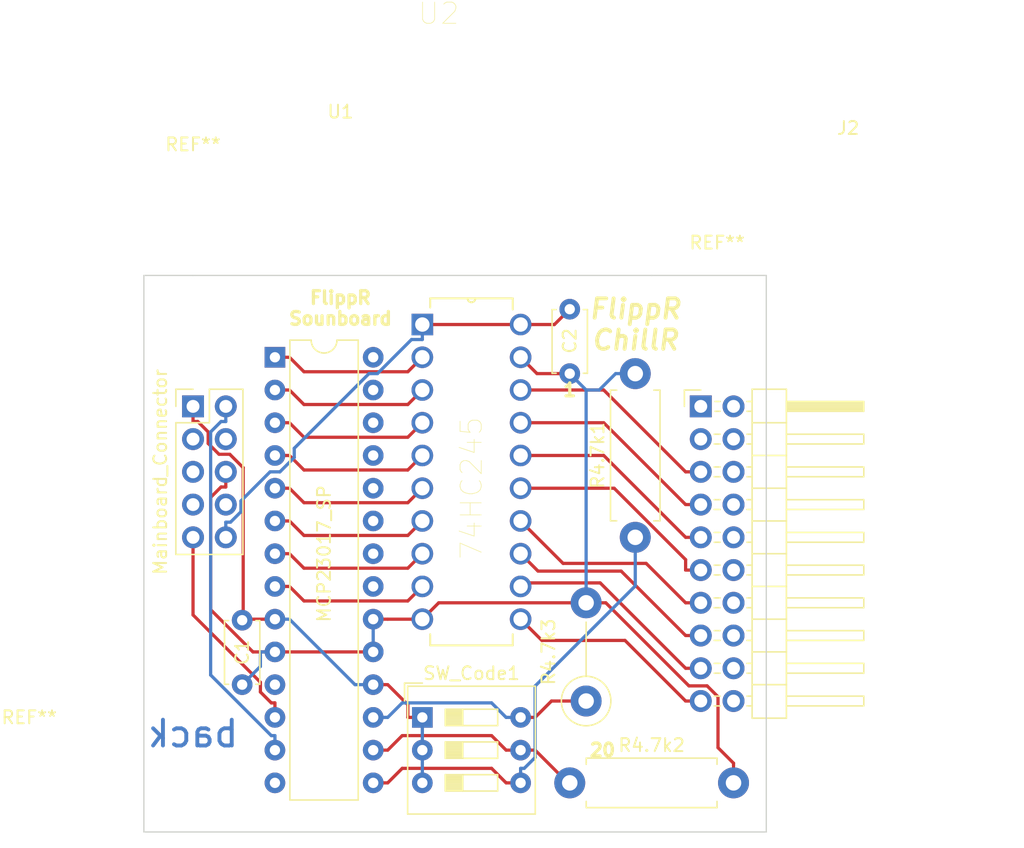
<source format=kicad_pcb>
(kicad_pcb (version 20171130) (host pcbnew 5.0.2)

  (general
    (thickness 1.6)
    (drawings 11)
    (tracks 165)
    (zones 0)
    (modules 13)
    (nets 52)
  )

  (page A4)
  (layers
    (0 F.Cu signal)
    (31 B.Cu signal)
    (33 F.Adhes user)
    (35 F.Paste user)
    (37 F.SilkS user)
    (39 F.Mask user)
    (40 Dwgs.User user)
    (41 Cmts.User user)
    (42 Eco1.User user)
    (43 Eco2.User user)
    (44 Edge.Cuts user)
    (45 Margin user)
    (46 B.CrtYd user)
    (47 F.CrtYd user)
    (49 F.Fab user)
  )

  (setup
    (last_trace_width 0.25)
    (trace_clearance 0.2)
    (zone_clearance 0.508)
    (zone_45_only no)
    (trace_min 0.2)
    (segment_width 0.2)
    (edge_width 0.1)
    (via_size 0.8)
    (via_drill 0.4)
    (via_min_size 0.4)
    (via_min_drill 0.3)
    (uvia_size 0.3)
    (uvia_drill 0.1)
    (uvias_allowed no)
    (uvia_min_size 0.2)
    (uvia_min_drill 0.1)
    (pcb_text_width 0.3)
    (pcb_text_size 1.5 1.5)
    (mod_edge_width 0.15)
    (mod_text_size 1 1)
    (mod_text_width 0.15)
    (pad_size 1.5 1.5)
    (pad_drill 0.6)
    (pad_to_mask_clearance 0)
    (solder_mask_min_width 0.25)
    (aux_axis_origin 0 0)
    (visible_elements FFFFFF7F)
    (pcbplotparams
      (layerselection 0x010fc_ffffffff)
      (usegerberextensions false)
      (usegerberattributes false)
      (usegerberadvancedattributes false)
      (creategerberjobfile false)
      (excludeedgelayer true)
      (linewidth 0.100000)
      (plotframeref false)
      (viasonmask false)
      (mode 1)
      (useauxorigin false)
      (hpglpennumber 1)
      (hpglpenspeed 20)
      (hpglpendiameter 15.000000)
      (psnegative false)
      (psa4output false)
      (plotreference true)
      (plotvalue true)
      (plotinvisibletext false)
      (padsonsilk false)
      (subtractmaskfromsilk false)
      (outputformat 1)
      (mirror false)
      (drillshape 1)
      (scaleselection 1)
      (outputdirectory ""))
  )

  (net 0 "")
  (net 1 "Net-(U1-Pad1)")
  (net 2 GND)
  (net 3 "Net-(U1-Pad2)")
  (net 4 +3V3)
  (net 5 "Net-(U1-Pad3)")
  (net 6 "Net-(U1-Pad4)")
  (net 7 "Net-(U1-Pad5)")
  (net 8 "Net-(U1-Pad6)")
  (net 9 "Net-(U1-Pad7)")
  (net 10 "Net-(U1-Pad21)")
  (net 11 "Net-(U1-Pad8)")
  (net 12 "Net-(U1-Pad22)")
  (net 13 "Net-(U1-Pad23)")
  (net 14 "Net-(U1-Pad24)")
  (net 15 "Net-(U1-Pad11)")
  (net 16 "Net-(U1-Pad25)")
  (net 17 "Net-(U1-Pad26)")
  (net 18 /SDA)
  (net 19 "Net-(U1-Pad27)")
  (net 20 "Net-(U1-Pad14)")
  (net 21 "Net-(U1-Pad28)")
  (net 22 +5V)
  (net 23 "Net-(J2-Pad6)")
  (net 24 "Net-(J2-Pad8)")
  (net 25 "Net-(J2-Pad10)")
  (net 26 "Net-(J2-Pad12)")
  (net 27 "Net-(J2-Pad14)")
  (net 28 "Net-(J2-Pad16)")
  (net 29 "Net-(J2-Pad18)")
  (net 30 "Net-(J2-Pad20)")
  (net 31 "Net-(J2-Pad1)")
  (net 32 "Net-(J2-Pad2)")
  (net 33 "Net-(J2-Pad3)")
  (net 34 "Net-(J2-Pad4)")
  (net 35 "Net-(J2-Pad5)")
  (net 36 "Net-(J2-Pad7)")
  (net 37 "Net-(J2-Pad9)")
  (net 38 "Net-(J2-Pad11)")
  (net 39 "Net-(J2-Pad13)")
  (net 40 "Net-(J2-Pad17)")
  (net 41 "Net-(J2-Pad19)")
  (net 42 /SCL)
  (net 43 /IRQ)
  (net 44 "Net-(R4.7k3-Pad1)")
  (net 45 "Net-(R4.7k1-Pad1)")
  (net 46 "Net-(R4.7k2-Pad1)")
  (net 47 "Net-(Mainboard_Connector1-Pad3)")
  (net 48 "Net-(Mainboard_Connector1-Pad4)")
  (net 49 "Net-(Mainboard_Connector1-Pad5)")
  (net 50 "Net-(Mainboard_Connector1-Pad7)")
  (net 51 "Net-(Mainboard_Connector1-Pad8)")

  (net_class Default "This is the default net class."
    (clearance 0.2)
    (trace_width 0.25)
    (via_dia 0.8)
    (via_drill 0.4)
    (uvia_dia 0.3)
    (uvia_drill 0.1)
    (add_net +3V3)
    (add_net +5V)
    (add_net /IRQ)
    (add_net /SCL)
    (add_net /SDA)
    (add_net GND)
    (add_net "Net-(J2-Pad1)")
    (add_net "Net-(J2-Pad10)")
    (add_net "Net-(J2-Pad11)")
    (add_net "Net-(J2-Pad12)")
    (add_net "Net-(J2-Pad13)")
    (add_net "Net-(J2-Pad14)")
    (add_net "Net-(J2-Pad16)")
    (add_net "Net-(J2-Pad17)")
    (add_net "Net-(J2-Pad18)")
    (add_net "Net-(J2-Pad19)")
    (add_net "Net-(J2-Pad2)")
    (add_net "Net-(J2-Pad20)")
    (add_net "Net-(J2-Pad3)")
    (add_net "Net-(J2-Pad4)")
    (add_net "Net-(J2-Pad5)")
    (add_net "Net-(J2-Pad6)")
    (add_net "Net-(J2-Pad7)")
    (add_net "Net-(J2-Pad8)")
    (add_net "Net-(J2-Pad9)")
    (add_net "Net-(Mainboard_Connector1-Pad3)")
    (add_net "Net-(Mainboard_Connector1-Pad4)")
    (add_net "Net-(Mainboard_Connector1-Pad5)")
    (add_net "Net-(Mainboard_Connector1-Pad7)")
    (add_net "Net-(Mainboard_Connector1-Pad8)")
    (add_net "Net-(R4.7k1-Pad1)")
    (add_net "Net-(R4.7k2-Pad1)")
    (add_net "Net-(R4.7k3-Pad1)")
    (add_net "Net-(U1-Pad1)")
    (add_net "Net-(U1-Pad11)")
    (add_net "Net-(U1-Pad14)")
    (add_net "Net-(U1-Pad2)")
    (add_net "Net-(U1-Pad21)")
    (add_net "Net-(U1-Pad22)")
    (add_net "Net-(U1-Pad23)")
    (add_net "Net-(U1-Pad24)")
    (add_net "Net-(U1-Pad25)")
    (add_net "Net-(U1-Pad26)")
    (add_net "Net-(U1-Pad27)")
    (add_net "Net-(U1-Pad28)")
    (add_net "Net-(U1-Pad3)")
    (add_net "Net-(U1-Pad4)")
    (add_net "Net-(U1-Pad5)")
    (add_net "Net-(U1-Pad6)")
    (add_net "Net-(U1-Pad7)")
    (add_net "Net-(U1-Pad8)")
  )

  (module Connector_PinHeader_2.54mm:PinHeader_2x05_P2.54mm_Vertical (layer F.Cu) (tedit 5CD49CA4) (tstamp 5CD6DAEF)
    (at 93.98 43.18)
    (descr "Through hole straight pin header, 2x05, 2.54mm pitch, double rows")
    (tags "Through hole pin header THT 2x05 2.54mm double row")
    (path /5CD4D9B7)
    (fp_text reference Mainboard_Connector (at -2.54 5.08 90) (layer F.SilkS)
      (effects (font (size 1 1) (thickness 0.15)))
    )
    (fp_text value Conn_02x05_Counter_Clockwise (at 1.27 12.49) (layer F.Fab)
      (effects (font (size 1 1) (thickness 0.15)))
    )
    (fp_line (start 0 -1.27) (end 3.81 -1.27) (layer F.Fab) (width 0.1))
    (fp_line (start 3.81 -1.27) (end 3.81 11.43) (layer F.Fab) (width 0.1))
    (fp_line (start 3.81 11.43) (end -1.27 11.43) (layer F.Fab) (width 0.1))
    (fp_line (start -1.27 11.43) (end -1.27 0) (layer F.Fab) (width 0.1))
    (fp_line (start -1.27 0) (end 0 -1.27) (layer F.Fab) (width 0.1))
    (fp_line (start -1.33 11.49) (end 3.87 11.49) (layer F.SilkS) (width 0.12))
    (fp_line (start -1.33 1.27) (end -1.33 11.49) (layer F.SilkS) (width 0.12))
    (fp_line (start 3.87 -1.33) (end 3.87 11.49) (layer F.SilkS) (width 0.12))
    (fp_line (start -1.33 1.27) (end 1.27 1.27) (layer F.SilkS) (width 0.12))
    (fp_line (start 1.27 1.27) (end 1.27 -1.33) (layer F.SilkS) (width 0.12))
    (fp_line (start 1.27 -1.33) (end 3.87 -1.33) (layer F.SilkS) (width 0.12))
    (fp_line (start -1.33 0) (end -1.33 -1.33) (layer F.SilkS) (width 0.12))
    (fp_line (start -1.33 -1.33) (end 0 -1.33) (layer F.SilkS) (width 0.12))
    (fp_line (start -1.8 -1.8) (end -1.8 11.95) (layer F.CrtYd) (width 0.05))
    (fp_line (start -1.8 11.95) (end 4.35 11.95) (layer F.CrtYd) (width 0.05))
    (fp_line (start 4.35 11.95) (end 4.35 -1.8) (layer F.CrtYd) (width 0.05))
    (fp_line (start 4.35 -1.8) (end -1.8 -1.8) (layer F.CrtYd) (width 0.05))
    (fp_text user %R (at 1.27 5.08 90) (layer F.Fab)
      (effects (font (size 1 1) (thickness 0.15)))
    )
    (pad 1 thru_hole rect (at 0 0) (size 1.7 1.7) (drill 1) (layers *.Cu *.Mask)
      (net 4 +3V3))
    (pad 2 thru_hole oval (at 2.54 0) (size 1.7 1.7) (drill 1) (layers *.Cu *.Mask)
      (net 18 /SDA))
    (pad 3 thru_hole oval (at 0 2.54) (size 1.7 1.7) (drill 1) (layers *.Cu *.Mask)
      (net 47 "Net-(Mainboard_Connector1-Pad3)"))
    (pad 4 thru_hole oval (at 2.54 2.54) (size 1.7 1.7) (drill 1) (layers *.Cu *.Mask)
      (net 48 "Net-(Mainboard_Connector1-Pad4)"))
    (pad 5 thru_hole oval (at 0 5.08) (size 1.7 1.7) (drill 1) (layers *.Cu *.Mask)
      (net 49 "Net-(Mainboard_Connector1-Pad5)"))
    (pad 6 thru_hole oval (at 2.54 5.08) (size 1.7 1.7) (drill 1) (layers *.Cu *.Mask)
      (net 2 GND))
    (pad 7 thru_hole oval (at 0 7.62) (size 1.7 1.7) (drill 1) (layers *.Cu *.Mask)
      (net 50 "Net-(Mainboard_Connector1-Pad7)"))
    (pad 8 thru_hole oval (at 2.54 7.62) (size 1.7 1.7) (drill 1) (layers *.Cu *.Mask)
      (net 51 "Net-(Mainboard_Connector1-Pad8)"))
    (pad 9 thru_hole oval (at 0 10.16) (size 1.7 1.7) (drill 1) (layers *.Cu *.Mask)
      (net 42 /SCL))
    (pad 10 thru_hole oval (at 2.54 10.16) (size 1.7 1.7) (drill 1) (layers *.Cu *.Mask)
      (net 22 +5V))
    (model ${KISYS3DMOD}/Connector_PinHeader_2.54mm.3dshapes/PinHeader_2x05_P2.54mm_Vertical.wrl
      (at (xyz 0 0 0))
      (scale (xyz 1 1 1))
      (rotate (xyz 0 0 0))
    )
  )

  (module Package_DIP:DIP-28_W7.62mm (layer F.Cu) (tedit 5C5C0B3C) (tstamp 5C5C200B)
    (at 100.33 39.37)
    (descr "28-lead though-hole mounted DIP package, row spacing 7.62 mm (300 mils)")
    (tags "THT DIP DIL PDIP 2.54mm 7.62mm 300mil")
    (path /5C4A2167)
    (fp_text reference U1 (at 5.08 -19.05) (layer F.SilkS)
      (effects (font (size 1 1) (thickness 0.15)))
    )
    (fp_text value MCP23017_SP (at 3.81 15.24 90) (layer F.SilkS)
      (effects (font (size 1 1) (thickness 0.15)))
    )
    (fp_arc (start 3.81 -1.33) (end 2.81 -1.33) (angle -180) (layer F.SilkS) (width 0.12))
    (fp_line (start 1.635 -1.27) (end 6.985 -1.27) (layer F.Fab) (width 0.1))
    (fp_line (start 6.985 -1.27) (end 6.985 34.29) (layer F.Fab) (width 0.1))
    (fp_line (start 6.985 34.29) (end 0.635 34.29) (layer F.Fab) (width 0.1))
    (fp_line (start 0.635 34.29) (end 0.635 -0.27) (layer F.Fab) (width 0.1))
    (fp_line (start 0.635 -0.27) (end 1.635 -1.27) (layer F.Fab) (width 0.1))
    (fp_line (start 2.81 -1.33) (end 1.16 -1.33) (layer F.SilkS) (width 0.12))
    (fp_line (start 1.16 -1.33) (end 1.16 34.35) (layer F.SilkS) (width 0.12))
    (fp_line (start 1.16 34.35) (end 6.46 34.35) (layer F.SilkS) (width 0.12))
    (fp_line (start 6.46 34.35) (end 6.46 -1.33) (layer F.SilkS) (width 0.12))
    (fp_line (start 6.46 -1.33) (end 4.81 -1.33) (layer F.SilkS) (width 0.12))
    (fp_line (start -1.1 -1.55) (end -1.1 34.55) (layer F.CrtYd) (width 0.05))
    (fp_line (start -1.1 34.55) (end 8.7 34.55) (layer F.CrtYd) (width 0.05))
    (fp_line (start 8.7 34.55) (end 8.7 -1.55) (layer F.CrtYd) (width 0.05))
    (fp_line (start 8.7 -1.55) (end -1.1 -1.55) (layer F.CrtYd) (width 0.05))
    (fp_text user %R (at -3.81 -17.78) (layer F.Fab)
      (effects (font (size 1 1) (thickness 0.15)))
    )
    (pad 1 thru_hole rect (at 0 0) (size 1.6 1.6) (drill 0.8) (layers *.Cu *.Mask)
      (net 1 "Net-(U1-Pad1)"))
    (pad 15 thru_hole oval (at 7.62 33.02) (size 1.6 1.6) (drill 0.8) (layers *.Cu *.Mask)
      (net 45 "Net-(R4.7k1-Pad1)"))
    (pad 2 thru_hole oval (at 0 2.54) (size 1.6 1.6) (drill 0.8) (layers *.Cu *.Mask)
      (net 3 "Net-(U1-Pad2)"))
    (pad 16 thru_hole oval (at 7.62 30.48) (size 1.6 1.6) (drill 0.8) (layers *.Cu *.Mask)
      (net 46 "Net-(R4.7k2-Pad1)"))
    (pad 3 thru_hole oval (at 0 5.08) (size 1.6 1.6) (drill 0.8) (layers *.Cu *.Mask)
      (net 5 "Net-(U1-Pad3)"))
    (pad 17 thru_hole oval (at 7.62 27.94) (size 1.6 1.6) (drill 0.8) (layers *.Cu *.Mask)
      (net 44 "Net-(R4.7k3-Pad1)"))
    (pad 4 thru_hole oval (at 0 7.62) (size 1.6 1.6) (drill 0.8) (layers *.Cu *.Mask)
      (net 6 "Net-(U1-Pad4)"))
    (pad 18 thru_hole oval (at 7.62 25.4) (size 1.6 1.6) (drill 0.8) (layers *.Cu *.Mask)
      (net 4 +3V3))
    (pad 5 thru_hole oval (at 0 10.16) (size 1.6 1.6) (drill 0.8) (layers *.Cu *.Mask)
      (net 7 "Net-(U1-Pad5)"))
    (pad 19 thru_hole oval (at 7.62 22.86) (size 1.6 1.6) (drill 0.8) (layers *.Cu *.Mask)
      (net 2 GND))
    (pad 6 thru_hole oval (at 0 12.7) (size 1.6 1.6) (drill 0.8) (layers *.Cu *.Mask)
      (net 8 "Net-(U1-Pad6)"))
    (pad 20 thru_hole oval (at 7.62 20.32) (size 1.6 1.6) (drill 0.8) (layers *.Cu *.Mask)
      (net 2 GND))
    (pad 7 thru_hole oval (at 0 15.24) (size 1.6 1.6) (drill 0.8) (layers *.Cu *.Mask)
      (net 9 "Net-(U1-Pad7)"))
    (pad 21 thru_hole oval (at 7.62 17.78) (size 1.6 1.6) (drill 0.8) (layers *.Cu *.Mask)
      (net 10 "Net-(U1-Pad21)"))
    (pad 8 thru_hole oval (at 0 17.78) (size 1.6 1.6) (drill 0.8) (layers *.Cu *.Mask)
      (net 11 "Net-(U1-Pad8)"))
    (pad 22 thru_hole oval (at 7.62 15.24) (size 1.6 1.6) (drill 0.8) (layers *.Cu *.Mask)
      (net 12 "Net-(U1-Pad22)"))
    (pad 9 thru_hole oval (at 0 20.32) (size 1.6 1.6) (drill 0.8) (layers *.Cu *.Mask)
      (net 4 +3V3))
    (pad 23 thru_hole oval (at 7.62 12.7) (size 1.6 1.6) (drill 0.8) (layers *.Cu *.Mask)
      (net 13 "Net-(U1-Pad23)"))
    (pad 10 thru_hole oval (at 0 22.86) (size 1.6 1.6) (drill 0.8) (layers *.Cu *.Mask)
      (net 2 GND))
    (pad 24 thru_hole oval (at 7.62 10.16) (size 1.6 1.6) (drill 0.8) (layers *.Cu *.Mask)
      (net 14 "Net-(U1-Pad24)"))
    (pad 11 thru_hole oval (at 0 25.4) (size 1.6 1.6) (drill 0.8) (layers *.Cu *.Mask)
      (net 15 "Net-(U1-Pad11)"))
    (pad 25 thru_hole oval (at 7.62 7.62) (size 1.6 1.6) (drill 0.8) (layers *.Cu *.Mask)
      (net 16 "Net-(U1-Pad25)"))
    (pad 12 thru_hole oval (at 0 27.94) (size 1.6 1.6) (drill 0.8) (layers *.Cu *.Mask)
      (net 42 /SCL))
    (pad 26 thru_hole oval (at 7.62 5.08) (size 1.6 1.6) (drill 0.8) (layers *.Cu *.Mask)
      (net 17 "Net-(U1-Pad26)"))
    (pad 13 thru_hole oval (at 0 30.48) (size 1.6 1.6) (drill 0.8) (layers *.Cu *.Mask)
      (net 18 /SDA))
    (pad 27 thru_hole oval (at 7.62 2.54) (size 1.6 1.6) (drill 0.8) (layers *.Cu *.Mask)
      (net 19 "Net-(U1-Pad27)"))
    (pad 14 thru_hole oval (at 0 33.02) (size 1.6 1.6) (drill 0.8) (layers *.Cu *.Mask)
      (net 20 "Net-(U1-Pad14)"))
    (pad 28 thru_hole oval (at 7.62 0) (size 1.6 1.6) (drill 0.8) (layers *.Cu *.Mask)
      (net 21 "Net-(U1-Pad28)"))
    (model ${KISYS3DMOD}/Package_DIP.3dshapes/DIP-28_W7.62mm.wrl
      (at (xyz 0 0 0))
      (scale (xyz 1 1 1))
      (rotate (xyz 0 0 0))
    )
  )

  (module Capacitor_THT:C_Disc_D4.7mm_W2.5mm_P5.00mm (layer F.Cu) (tedit 5AE50EF0) (tstamp 5C6585C4)
    (at 123.19 40.64 90)
    (descr "C, Disc series, Radial, pin pitch=5.00mm, , diameter*width=4.7*2.5mm^2, Capacitor, http://www.vishay.com/docs/45233/krseries.pdf")
    (tags "C Disc series Radial pin pitch 5.00mm  diameter 4.7mm width 2.5mm Capacitor")
    (path /5C68DF77)
    (fp_text reference C2 (at 2.54 0 90) (layer F.SilkS)
      (effects (font (size 1 1) (thickness 0.15)))
    )
    (fp_text value C_Small (at 2.5 2.5 90) (layer F.Fab)
      (effects (font (size 1 1) (thickness 0.15)))
    )
    (fp_line (start 0.15 -1.25) (end 0.15 1.25) (layer F.Fab) (width 0.1))
    (fp_line (start 0.15 1.25) (end 4.85 1.25) (layer F.Fab) (width 0.1))
    (fp_line (start 4.85 1.25) (end 4.85 -1.25) (layer F.Fab) (width 0.1))
    (fp_line (start 4.85 -1.25) (end 0.15 -1.25) (layer F.Fab) (width 0.1))
    (fp_line (start 0.03 -1.37) (end 4.97 -1.37) (layer F.SilkS) (width 0.12))
    (fp_line (start 0.03 1.37) (end 4.97 1.37) (layer F.SilkS) (width 0.12))
    (fp_line (start 0.03 -1.37) (end 0.03 -1.055) (layer F.SilkS) (width 0.12))
    (fp_line (start 0.03 1.055) (end 0.03 1.37) (layer F.SilkS) (width 0.12))
    (fp_line (start 4.97 -1.37) (end 4.97 -1.055) (layer F.SilkS) (width 0.12))
    (fp_line (start 4.97 1.055) (end 4.97 1.37) (layer F.SilkS) (width 0.12))
    (fp_line (start -1.05 -1.5) (end -1.05 1.5) (layer F.CrtYd) (width 0.05))
    (fp_line (start -1.05 1.5) (end 6.05 1.5) (layer F.CrtYd) (width 0.05))
    (fp_line (start 6.05 1.5) (end 6.05 -1.5) (layer F.CrtYd) (width 0.05))
    (fp_line (start 6.05 -1.5) (end -1.05 -1.5) (layer F.CrtYd) (width 0.05))
    (fp_text user %R (at 2.5 0 90) (layer F.Fab)
      (effects (font (size 0.94 0.94) (thickness 0.141)))
    )
    (pad 1 thru_hole circle (at 0 0 90) (size 1.6 1.6) (drill 0.8) (layers *.Cu *.Mask)
      (net 2 GND))
    (pad 2 thru_hole circle (at 5 0 90) (size 1.6 1.6) (drill 0.8) (layers *.Cu *.Mask)
      (net 22 +5V))
    (model ${KISYS3DMOD}/Capacitor_THT.3dshapes/C_Disc_D4.7mm_W2.5mm_P5.00mm.wrl
      (at (xyz 0 0 0))
      (scale (xyz 1 1 1))
      (rotate (xyz 0 0 0))
    )
  )

  (module Connector_PinHeader_2.54mm:PinHeader_2x10_P2.54mm_Horizontal (layer F.Cu) (tedit 59FED5CB) (tstamp 5C5C2121)
    (at 133.35 43.18)
    (descr "Through hole angled pin header, 2x10, 2.54mm pitch, 6mm pin length, double rows")
    (tags "Through hole angled pin header THT 2x10 2.54mm double row")
    (path /5C4A3D78)
    (fp_text reference J2 (at 11.43 -21.59) (layer F.SilkS)
      (effects (font (size 1 1) (thickness 0.15)))
    )
    (fp_text value Conn_02x10_Odd_Even (at 16.51 29.21) (layer F.Fab)
      (effects (font (size 1 1) (thickness 0.15)))
    )
    (fp_line (start 4.675 -1.27) (end 6.58 -1.27) (layer F.Fab) (width 0.1))
    (fp_line (start 6.58 -1.27) (end 6.58 24.13) (layer F.Fab) (width 0.1))
    (fp_line (start 6.58 24.13) (end 4.04 24.13) (layer F.Fab) (width 0.1))
    (fp_line (start 4.04 24.13) (end 4.04 -0.635) (layer F.Fab) (width 0.1))
    (fp_line (start 4.04 -0.635) (end 4.675 -1.27) (layer F.Fab) (width 0.1))
    (fp_line (start -0.32 -0.32) (end 4.04 -0.32) (layer F.Fab) (width 0.1))
    (fp_line (start -0.32 -0.32) (end -0.32 0.32) (layer F.Fab) (width 0.1))
    (fp_line (start -0.32 0.32) (end 4.04 0.32) (layer F.Fab) (width 0.1))
    (fp_line (start 6.58 -0.32) (end 12.58 -0.32) (layer F.Fab) (width 0.1))
    (fp_line (start 12.58 -0.32) (end 12.58 0.32) (layer F.Fab) (width 0.1))
    (fp_line (start 6.58 0.32) (end 12.58 0.32) (layer F.Fab) (width 0.1))
    (fp_line (start -0.32 2.22) (end 4.04 2.22) (layer F.Fab) (width 0.1))
    (fp_line (start -0.32 2.22) (end -0.32 2.86) (layer F.Fab) (width 0.1))
    (fp_line (start -0.32 2.86) (end 4.04 2.86) (layer F.Fab) (width 0.1))
    (fp_line (start 6.58 2.22) (end 12.58 2.22) (layer F.Fab) (width 0.1))
    (fp_line (start 12.58 2.22) (end 12.58 2.86) (layer F.Fab) (width 0.1))
    (fp_line (start 6.58 2.86) (end 12.58 2.86) (layer F.Fab) (width 0.1))
    (fp_line (start -0.32 4.76) (end 4.04 4.76) (layer F.Fab) (width 0.1))
    (fp_line (start -0.32 4.76) (end -0.32 5.4) (layer F.Fab) (width 0.1))
    (fp_line (start -0.32 5.4) (end 4.04 5.4) (layer F.Fab) (width 0.1))
    (fp_line (start 6.58 4.76) (end 12.58 4.76) (layer F.Fab) (width 0.1))
    (fp_line (start 12.58 4.76) (end 12.58 5.4) (layer F.Fab) (width 0.1))
    (fp_line (start 6.58 5.4) (end 12.58 5.4) (layer F.Fab) (width 0.1))
    (fp_line (start -0.32 7.3) (end 4.04 7.3) (layer F.Fab) (width 0.1))
    (fp_line (start -0.32 7.3) (end -0.32 7.94) (layer F.Fab) (width 0.1))
    (fp_line (start -0.32 7.94) (end 4.04 7.94) (layer F.Fab) (width 0.1))
    (fp_line (start 6.58 7.3) (end 12.58 7.3) (layer F.Fab) (width 0.1))
    (fp_line (start 12.58 7.3) (end 12.58 7.94) (layer F.Fab) (width 0.1))
    (fp_line (start 6.58 7.94) (end 12.58 7.94) (layer F.Fab) (width 0.1))
    (fp_line (start -0.32 9.84) (end 4.04 9.84) (layer F.Fab) (width 0.1))
    (fp_line (start -0.32 9.84) (end -0.32 10.48) (layer F.Fab) (width 0.1))
    (fp_line (start -0.32 10.48) (end 4.04 10.48) (layer F.Fab) (width 0.1))
    (fp_line (start 6.58 9.84) (end 12.58 9.84) (layer F.Fab) (width 0.1))
    (fp_line (start 12.58 9.84) (end 12.58 10.48) (layer F.Fab) (width 0.1))
    (fp_line (start 6.58 10.48) (end 12.58 10.48) (layer F.Fab) (width 0.1))
    (fp_line (start -0.32 12.38) (end 4.04 12.38) (layer F.Fab) (width 0.1))
    (fp_line (start -0.32 12.38) (end -0.32 13.02) (layer F.Fab) (width 0.1))
    (fp_line (start -0.32 13.02) (end 4.04 13.02) (layer F.Fab) (width 0.1))
    (fp_line (start 6.58 12.38) (end 12.58 12.38) (layer F.Fab) (width 0.1))
    (fp_line (start 12.58 12.38) (end 12.58 13.02) (layer F.Fab) (width 0.1))
    (fp_line (start 6.58 13.02) (end 12.58 13.02) (layer F.Fab) (width 0.1))
    (fp_line (start -0.32 14.92) (end 4.04 14.92) (layer F.Fab) (width 0.1))
    (fp_line (start -0.32 14.92) (end -0.32 15.56) (layer F.Fab) (width 0.1))
    (fp_line (start -0.32 15.56) (end 4.04 15.56) (layer F.Fab) (width 0.1))
    (fp_line (start 6.58 14.92) (end 12.58 14.92) (layer F.Fab) (width 0.1))
    (fp_line (start 12.58 14.92) (end 12.58 15.56) (layer F.Fab) (width 0.1))
    (fp_line (start 6.58 15.56) (end 12.58 15.56) (layer F.Fab) (width 0.1))
    (fp_line (start -0.32 17.46) (end 4.04 17.46) (layer F.Fab) (width 0.1))
    (fp_line (start -0.32 17.46) (end -0.32 18.1) (layer F.Fab) (width 0.1))
    (fp_line (start -0.32 18.1) (end 4.04 18.1) (layer F.Fab) (width 0.1))
    (fp_line (start 6.58 17.46) (end 12.58 17.46) (layer F.Fab) (width 0.1))
    (fp_line (start 12.58 17.46) (end 12.58 18.1) (layer F.Fab) (width 0.1))
    (fp_line (start 6.58 18.1) (end 12.58 18.1) (layer F.Fab) (width 0.1))
    (fp_line (start -0.32 20) (end 4.04 20) (layer F.Fab) (width 0.1))
    (fp_line (start -0.32 20) (end -0.32 20.64) (layer F.Fab) (width 0.1))
    (fp_line (start -0.32 20.64) (end 4.04 20.64) (layer F.Fab) (width 0.1))
    (fp_line (start 6.58 20) (end 12.58 20) (layer F.Fab) (width 0.1))
    (fp_line (start 12.58 20) (end 12.58 20.64) (layer F.Fab) (width 0.1))
    (fp_line (start 6.58 20.64) (end 12.58 20.64) (layer F.Fab) (width 0.1))
    (fp_line (start -0.32 22.54) (end 4.04 22.54) (layer F.Fab) (width 0.1))
    (fp_line (start -0.32 22.54) (end -0.32 23.18) (layer F.Fab) (width 0.1))
    (fp_line (start -0.32 23.18) (end 4.04 23.18) (layer F.Fab) (width 0.1))
    (fp_line (start 6.58 22.54) (end 12.58 22.54) (layer F.Fab) (width 0.1))
    (fp_line (start 12.58 22.54) (end 12.58 23.18) (layer F.Fab) (width 0.1))
    (fp_line (start 6.58 23.18) (end 12.58 23.18) (layer F.Fab) (width 0.1))
    (fp_line (start 3.98 -1.33) (end 3.98 24.19) (layer F.SilkS) (width 0.12))
    (fp_line (start 3.98 24.19) (end 6.64 24.19) (layer F.SilkS) (width 0.12))
    (fp_line (start 6.64 24.19) (end 6.64 -1.33) (layer F.SilkS) (width 0.12))
    (fp_line (start 6.64 -1.33) (end 3.98 -1.33) (layer F.SilkS) (width 0.12))
    (fp_line (start 6.64 -0.38) (end 12.64 -0.38) (layer F.SilkS) (width 0.12))
    (fp_line (start 12.64 -0.38) (end 12.64 0.38) (layer F.SilkS) (width 0.12))
    (fp_line (start 12.64 0.38) (end 6.64 0.38) (layer F.SilkS) (width 0.12))
    (fp_line (start 6.64 -0.32) (end 12.64 -0.32) (layer F.SilkS) (width 0.12))
    (fp_line (start 6.64 -0.2) (end 12.64 -0.2) (layer F.SilkS) (width 0.12))
    (fp_line (start 6.64 -0.08) (end 12.64 -0.08) (layer F.SilkS) (width 0.12))
    (fp_line (start 6.64 0.04) (end 12.64 0.04) (layer F.SilkS) (width 0.12))
    (fp_line (start 6.64 0.16) (end 12.64 0.16) (layer F.SilkS) (width 0.12))
    (fp_line (start 6.64 0.28) (end 12.64 0.28) (layer F.SilkS) (width 0.12))
    (fp_line (start 3.582929 -0.38) (end 3.98 -0.38) (layer F.SilkS) (width 0.12))
    (fp_line (start 3.582929 0.38) (end 3.98 0.38) (layer F.SilkS) (width 0.12))
    (fp_line (start 1.11 -0.38) (end 1.497071 -0.38) (layer F.SilkS) (width 0.12))
    (fp_line (start 1.11 0.38) (end 1.497071 0.38) (layer F.SilkS) (width 0.12))
    (fp_line (start 3.98 1.27) (end 6.64 1.27) (layer F.SilkS) (width 0.12))
    (fp_line (start 6.64 2.16) (end 12.64 2.16) (layer F.SilkS) (width 0.12))
    (fp_line (start 12.64 2.16) (end 12.64 2.92) (layer F.SilkS) (width 0.12))
    (fp_line (start 12.64 2.92) (end 6.64 2.92) (layer F.SilkS) (width 0.12))
    (fp_line (start 3.582929 2.16) (end 3.98 2.16) (layer F.SilkS) (width 0.12))
    (fp_line (start 3.582929 2.92) (end 3.98 2.92) (layer F.SilkS) (width 0.12))
    (fp_line (start 1.042929 2.16) (end 1.497071 2.16) (layer F.SilkS) (width 0.12))
    (fp_line (start 1.042929 2.92) (end 1.497071 2.92) (layer F.SilkS) (width 0.12))
    (fp_line (start 3.98 3.81) (end 6.64 3.81) (layer F.SilkS) (width 0.12))
    (fp_line (start 6.64 4.7) (end 12.64 4.7) (layer F.SilkS) (width 0.12))
    (fp_line (start 12.64 4.7) (end 12.64 5.46) (layer F.SilkS) (width 0.12))
    (fp_line (start 12.64 5.46) (end 6.64 5.46) (layer F.SilkS) (width 0.12))
    (fp_line (start 3.582929 4.7) (end 3.98 4.7) (layer F.SilkS) (width 0.12))
    (fp_line (start 3.582929 5.46) (end 3.98 5.46) (layer F.SilkS) (width 0.12))
    (fp_line (start 1.042929 4.7) (end 1.497071 4.7) (layer F.SilkS) (width 0.12))
    (fp_line (start 1.042929 5.46) (end 1.497071 5.46) (layer F.SilkS) (width 0.12))
    (fp_line (start 3.98 6.35) (end 6.64 6.35) (layer F.SilkS) (width 0.12))
    (fp_line (start 6.64 7.24) (end 12.64 7.24) (layer F.SilkS) (width 0.12))
    (fp_line (start 12.64 7.24) (end 12.64 8) (layer F.SilkS) (width 0.12))
    (fp_line (start 12.64 8) (end 6.64 8) (layer F.SilkS) (width 0.12))
    (fp_line (start 3.582929 7.24) (end 3.98 7.24) (layer F.SilkS) (width 0.12))
    (fp_line (start 3.582929 8) (end 3.98 8) (layer F.SilkS) (width 0.12))
    (fp_line (start 1.042929 7.24) (end 1.497071 7.24) (layer F.SilkS) (width 0.12))
    (fp_line (start 1.042929 8) (end 1.497071 8) (layer F.SilkS) (width 0.12))
    (fp_line (start 3.98 8.89) (end 6.64 8.89) (layer F.SilkS) (width 0.12))
    (fp_line (start 6.64 9.78) (end 12.64 9.78) (layer F.SilkS) (width 0.12))
    (fp_line (start 12.64 9.78) (end 12.64 10.54) (layer F.SilkS) (width 0.12))
    (fp_line (start 12.64 10.54) (end 6.64 10.54) (layer F.SilkS) (width 0.12))
    (fp_line (start 3.582929 9.78) (end 3.98 9.78) (layer F.SilkS) (width 0.12))
    (fp_line (start 3.582929 10.54) (end 3.98 10.54) (layer F.SilkS) (width 0.12))
    (fp_line (start 1.042929 9.78) (end 1.497071 9.78) (layer F.SilkS) (width 0.12))
    (fp_line (start 1.042929 10.54) (end 1.497071 10.54) (layer F.SilkS) (width 0.12))
    (fp_line (start 3.98 11.43) (end 6.64 11.43) (layer F.SilkS) (width 0.12))
    (fp_line (start 6.64 12.32) (end 12.64 12.32) (layer F.SilkS) (width 0.12))
    (fp_line (start 12.64 12.32) (end 12.64 13.08) (layer F.SilkS) (width 0.12))
    (fp_line (start 12.64 13.08) (end 6.64 13.08) (layer F.SilkS) (width 0.12))
    (fp_line (start 3.582929 12.32) (end 3.98 12.32) (layer F.SilkS) (width 0.12))
    (fp_line (start 3.582929 13.08) (end 3.98 13.08) (layer F.SilkS) (width 0.12))
    (fp_line (start 1.042929 12.32) (end 1.497071 12.32) (layer F.SilkS) (width 0.12))
    (fp_line (start 1.042929 13.08) (end 1.497071 13.08) (layer F.SilkS) (width 0.12))
    (fp_line (start 3.98 13.97) (end 6.64 13.97) (layer F.SilkS) (width 0.12))
    (fp_line (start 6.64 14.86) (end 12.64 14.86) (layer F.SilkS) (width 0.12))
    (fp_line (start 12.64 14.86) (end 12.64 15.62) (layer F.SilkS) (width 0.12))
    (fp_line (start 12.64 15.62) (end 6.64 15.62) (layer F.SilkS) (width 0.12))
    (fp_line (start 3.582929 14.86) (end 3.98 14.86) (layer F.SilkS) (width 0.12))
    (fp_line (start 3.582929 15.62) (end 3.98 15.62) (layer F.SilkS) (width 0.12))
    (fp_line (start 1.042929 14.86) (end 1.497071 14.86) (layer F.SilkS) (width 0.12))
    (fp_line (start 1.042929 15.62) (end 1.497071 15.62) (layer F.SilkS) (width 0.12))
    (fp_line (start 3.98 16.51) (end 6.64 16.51) (layer F.SilkS) (width 0.12))
    (fp_line (start 6.64 17.4) (end 12.64 17.4) (layer F.SilkS) (width 0.12))
    (fp_line (start 12.64 17.4) (end 12.64 18.16) (layer F.SilkS) (width 0.12))
    (fp_line (start 12.64 18.16) (end 6.64 18.16) (layer F.SilkS) (width 0.12))
    (fp_line (start 3.582929 17.4) (end 3.98 17.4) (layer F.SilkS) (width 0.12))
    (fp_line (start 3.582929 18.16) (end 3.98 18.16) (layer F.SilkS) (width 0.12))
    (fp_line (start 1.042929 17.4) (end 1.497071 17.4) (layer F.SilkS) (width 0.12))
    (fp_line (start 1.042929 18.16) (end 1.497071 18.16) (layer F.SilkS) (width 0.12))
    (fp_line (start 3.98 19.05) (end 6.64 19.05) (layer F.SilkS) (width 0.12))
    (fp_line (start 6.64 19.94) (end 12.64 19.94) (layer F.SilkS) (width 0.12))
    (fp_line (start 12.64 19.94) (end 12.64 20.7) (layer F.SilkS) (width 0.12))
    (fp_line (start 12.64 20.7) (end 6.64 20.7) (layer F.SilkS) (width 0.12))
    (fp_line (start 3.582929 19.94) (end 3.98 19.94) (layer F.SilkS) (width 0.12))
    (fp_line (start 3.582929 20.7) (end 3.98 20.7) (layer F.SilkS) (width 0.12))
    (fp_line (start 1.042929 19.94) (end 1.497071 19.94) (layer F.SilkS) (width 0.12))
    (fp_line (start 1.042929 20.7) (end 1.497071 20.7) (layer F.SilkS) (width 0.12))
    (fp_line (start 3.98 21.59) (end 6.64 21.59) (layer F.SilkS) (width 0.12))
    (fp_line (start 6.64 22.48) (end 12.64 22.48) (layer F.SilkS) (width 0.12))
    (fp_line (start 12.64 22.48) (end 12.64 23.24) (layer F.SilkS) (width 0.12))
    (fp_line (start 12.64 23.24) (end 6.64 23.24) (layer F.SilkS) (width 0.12))
    (fp_line (start 3.582929 22.48) (end 3.98 22.48) (layer F.SilkS) (width 0.12))
    (fp_line (start 3.582929 23.24) (end 3.98 23.24) (layer F.SilkS) (width 0.12))
    (fp_line (start 1.042929 22.48) (end 1.497071 22.48) (layer F.SilkS) (width 0.12))
    (fp_line (start 1.042929 23.24) (end 1.497071 23.24) (layer F.SilkS) (width 0.12))
    (fp_line (start -1.27 0) (end -1.27 -1.27) (layer F.SilkS) (width 0.12))
    (fp_line (start -1.27 -1.27) (end 0 -1.27) (layer F.SilkS) (width 0.12))
    (fp_line (start -1.8 -1.8) (end -1.8 24.65) (layer F.CrtYd) (width 0.05))
    (fp_line (start -1.8 24.65) (end 13.1 24.65) (layer F.CrtYd) (width 0.05))
    (fp_line (start 13.1 24.65) (end 13.1 -1.8) (layer F.CrtYd) (width 0.05))
    (fp_line (start 13.1 -1.8) (end -1.8 -1.8) (layer F.CrtYd) (width 0.05))
    (fp_text user %R (at 5.31 11.43 90) (layer F.Fab)
      (effects (font (size 1 1) (thickness 0.15)))
    )
    (pad 1 thru_hole rect (at 0 0) (size 1.7 1.7) (drill 1) (layers *.Cu *.Mask)
      (net 31 "Net-(J2-Pad1)"))
    (pad 2 thru_hole oval (at 2.54 0) (size 1.7 1.7) (drill 1) (layers *.Cu *.Mask)
      (net 32 "Net-(J2-Pad2)"))
    (pad 3 thru_hole oval (at 0 2.54) (size 1.7 1.7) (drill 1) (layers *.Cu *.Mask)
      (net 33 "Net-(J2-Pad3)"))
    (pad 4 thru_hole oval (at 2.54 2.54) (size 1.7 1.7) (drill 1) (layers *.Cu *.Mask)
      (net 34 "Net-(J2-Pad4)"))
    (pad 5 thru_hole oval (at 0 5.08) (size 1.7 1.7) (drill 1) (layers *.Cu *.Mask)
      (net 35 "Net-(J2-Pad5)"))
    (pad 6 thru_hole oval (at 2.54 5.08) (size 1.7 1.7) (drill 1) (layers *.Cu *.Mask)
      (net 23 "Net-(J2-Pad6)"))
    (pad 7 thru_hole oval (at 0 7.62) (size 1.7 1.7) (drill 1) (layers *.Cu *.Mask)
      (net 36 "Net-(J2-Pad7)"))
    (pad 8 thru_hole oval (at 2.54 7.62) (size 1.7 1.7) (drill 1) (layers *.Cu *.Mask)
      (net 24 "Net-(J2-Pad8)"))
    (pad 9 thru_hole oval (at 0 10.16) (size 1.7 1.7) (drill 1) (layers *.Cu *.Mask)
      (net 37 "Net-(J2-Pad9)"))
    (pad 10 thru_hole oval (at 2.54 10.16) (size 1.7 1.7) (drill 1) (layers *.Cu *.Mask)
      (net 25 "Net-(J2-Pad10)"))
    (pad 11 thru_hole oval (at 0 12.7) (size 1.7 1.7) (drill 1) (layers *.Cu *.Mask)
      (net 38 "Net-(J2-Pad11)"))
    (pad 12 thru_hole oval (at 2.54 12.7) (size 1.7 1.7) (drill 1) (layers *.Cu *.Mask)
      (net 26 "Net-(J2-Pad12)"))
    (pad 13 thru_hole oval (at 0 15.24) (size 1.7 1.7) (drill 1) (layers *.Cu *.Mask)
      (net 39 "Net-(J2-Pad13)"))
    (pad 14 thru_hole oval (at 2.54 15.24) (size 1.7 1.7) (drill 1) (layers *.Cu *.Mask)
      (net 27 "Net-(J2-Pad14)"))
    (pad 15 thru_hole oval (at 0 17.78) (size 1.7 1.7) (drill 1) (layers *.Cu *.Mask)
      (net 43 /IRQ))
    (pad 16 thru_hole oval (at 2.54 17.78) (size 1.7 1.7) (drill 1) (layers *.Cu *.Mask)
      (net 28 "Net-(J2-Pad16)"))
    (pad 17 thru_hole oval (at 0 20.32) (size 1.7 1.7) (drill 1) (layers *.Cu *.Mask)
      (net 40 "Net-(J2-Pad17)"))
    (pad 18 thru_hole oval (at 2.54 20.32) (size 1.7 1.7) (drill 1) (layers *.Cu *.Mask)
      (net 29 "Net-(J2-Pad18)"))
    (pad 19 thru_hole oval (at 0 22.86) (size 1.7 1.7) (drill 1) (layers *.Cu *.Mask)
      (net 41 "Net-(J2-Pad19)"))
    (pad 20 thru_hole oval (at 2.54 22.86) (size 1.7 1.7) (drill 1) (layers *.Cu *.Mask)
      (net 30 "Net-(J2-Pad20)"))
    (model ${KISYS3DMOD}/Connector_PinHeader_2.54mm.3dshapes/PinHeader_2x10_P2.54mm_Horizontal.wrl
      (at (xyz 0 0 0))
      (scale (xyz 1 1 1))
      (rotate (xyz 0 0 0))
    )
  )

  (module Capacitor_THT:C_Disc_D4.7mm_W2.5mm_P5.00mm (layer F.Cu) (tedit 5AE50EF0) (tstamp 5C6586C2)
    (at 97.79 64.77 90)
    (descr "C, Disc series, Radial, pin pitch=5.00mm, , diameter*width=4.7*2.5mm^2, Capacitor, http://www.vishay.com/docs/45233/krseries.pdf")
    (tags "C Disc series Radial pin pitch 5.00mm  diameter 4.7mm width 2.5mm Capacitor")
    (path /5C68E091)
    (fp_text reference C1 (at 2.5 0 90) (layer F.SilkS)
      (effects (font (size 1 1) (thickness 0.15)))
    )
    (fp_text value C_Small (at 2.5 2.5 90) (layer F.Fab)
      (effects (font (size 1 1) (thickness 0.15)))
    )
    (fp_text user %R (at 2.5 0 90) (layer F.Fab)
      (effects (font (size 0.94 0.94) (thickness 0.141)))
    )
    (fp_line (start 6.05 -1.5) (end -1.05 -1.5) (layer F.CrtYd) (width 0.05))
    (fp_line (start 6.05 1.5) (end 6.05 -1.5) (layer F.CrtYd) (width 0.05))
    (fp_line (start -1.05 1.5) (end 6.05 1.5) (layer F.CrtYd) (width 0.05))
    (fp_line (start -1.05 -1.5) (end -1.05 1.5) (layer F.CrtYd) (width 0.05))
    (fp_line (start 4.97 1.055) (end 4.97 1.37) (layer F.SilkS) (width 0.12))
    (fp_line (start 4.97 -1.37) (end 4.97 -1.055) (layer F.SilkS) (width 0.12))
    (fp_line (start 0.03 1.055) (end 0.03 1.37) (layer F.SilkS) (width 0.12))
    (fp_line (start 0.03 -1.37) (end 0.03 -1.055) (layer F.SilkS) (width 0.12))
    (fp_line (start 0.03 1.37) (end 4.97 1.37) (layer F.SilkS) (width 0.12))
    (fp_line (start 0.03 -1.37) (end 4.97 -1.37) (layer F.SilkS) (width 0.12))
    (fp_line (start 4.85 -1.25) (end 0.15 -1.25) (layer F.Fab) (width 0.1))
    (fp_line (start 4.85 1.25) (end 4.85 -1.25) (layer F.Fab) (width 0.1))
    (fp_line (start 0.15 1.25) (end 4.85 1.25) (layer F.Fab) (width 0.1))
    (fp_line (start 0.15 -1.25) (end 0.15 1.25) (layer F.Fab) (width 0.1))
    (pad 2 thru_hole circle (at 5 0 90) (size 1.6 1.6) (drill 0.8) (layers *.Cu *.Mask)
      (net 4 +3V3))
    (pad 1 thru_hole circle (at 0 0 90) (size 1.6 1.6) (drill 0.8) (layers *.Cu *.Mask)
      (net 2 GND))
    (model ${KISYS3DMOD}/Capacitor_THT.3dshapes/C_Disc_D4.7mm_W2.5mm_P5.00mm.wrl
      (at (xyz 0 0 0))
      (scale (xyz 1 1 1))
      (rotate (xyz 0 0 0))
    )
  )

  (module 74HCT245N:DIP254P762X420-20 (layer F.Cu) (tedit 0) (tstamp 5C5C1EEE)
    (at 119.38 59.69)
    (path /5C4A240D)
    (fp_text reference U2 (at -6.35 -46.99) (layer F.SilkS)
      (effects (font (size 1.64289 1.64289) (thickness 0.05)))
    )
    (fp_text value 74HC245 (at -3.81 -10.16 90) (layer F.SilkS)
      (effects (font (size 1.6412 1.6412) (thickness 0.05)))
    )
    (fp_line (start -0.6096 -24.0284) (end -0.6096 -24.892) (layer F.SilkS) (width 0.1524))
    (fp_line (start -7.0104 2.032) (end -0.6096 2.032) (layer F.SilkS) (width 0.1524))
    (fp_line (start -0.6096 2.032) (end -0.6096 1.1684) (layer F.SilkS) (width 0.1524))
    (fp_line (start -0.6096 -24.892) (end -3.5052 -24.892) (layer F.SilkS) (width 0.1524))
    (fp_line (start -3.5052 -24.892) (end -4.1148 -24.892) (layer F.SilkS) (width 0.1524))
    (fp_line (start -4.1148 -24.892) (end -7.0104 -24.892) (layer F.SilkS) (width 0.1524))
    (fp_line (start -7.0104 -24.892) (end -7.0104 -24.1808) (layer F.SilkS) (width 0.1524))
    (fp_line (start -7.0104 1.1684) (end -7.0104 2.032) (layer F.SilkS) (width 0.1524))
    (fp_arc (start -3.81 -24.892) (end -4.1148 -24.892) (angle -180) (layer F.SilkS) (width 0.1524))
    (fp_line (start -7.0104 -22.3012) (end -7.0104 -23.4188) (layer Dwgs.User) (width 0.1))
    (fp_line (start -7.0104 -23.4188) (end -8.1788 -23.4188) (layer Dwgs.User) (width 0.1))
    (fp_line (start -8.1788 -23.4188) (end -8.1788 -22.3012) (layer Dwgs.User) (width 0.1))
    (fp_line (start -8.1788 -22.3012) (end -7.0104 -22.3012) (layer Dwgs.User) (width 0.1))
    (fp_line (start -7.0104 -19.7612) (end -7.0104 -20.8788) (layer Dwgs.User) (width 0.1))
    (fp_line (start -7.0104 -20.8788) (end -8.1788 -20.8788) (layer Dwgs.User) (width 0.1))
    (fp_line (start -8.1788 -20.8788) (end -8.1788 -19.7612) (layer Dwgs.User) (width 0.1))
    (fp_line (start -8.1788 -19.7612) (end -7.0104 -19.7612) (layer Dwgs.User) (width 0.1))
    (fp_line (start -7.0104 -17.2212) (end -7.0104 -18.3388) (layer Dwgs.User) (width 0.1))
    (fp_line (start -7.0104 -18.3388) (end -8.1788 -18.3388) (layer Dwgs.User) (width 0.1))
    (fp_line (start -8.1788 -18.3388) (end -8.1788 -17.2212) (layer Dwgs.User) (width 0.1))
    (fp_line (start -8.1788 -17.2212) (end -7.0104 -17.2212) (layer Dwgs.User) (width 0.1))
    (fp_line (start -7.0104 -14.6812) (end -7.0104 -15.7988) (layer Dwgs.User) (width 0.1))
    (fp_line (start -7.0104 -15.7988) (end -8.1788 -15.7988) (layer Dwgs.User) (width 0.1))
    (fp_line (start -8.1788 -15.7988) (end -8.1788 -14.6812) (layer Dwgs.User) (width 0.1))
    (fp_line (start -8.1788 -14.6812) (end -7.0104 -14.6812) (layer Dwgs.User) (width 0.1))
    (fp_line (start -7.0104 -12.1412) (end -7.0104 -13.2588) (layer Dwgs.User) (width 0.1))
    (fp_line (start -7.0104 -13.2588) (end -8.1788 -13.2588) (layer Dwgs.User) (width 0.1))
    (fp_line (start -8.1788 -13.2588) (end -8.1788 -12.1412) (layer Dwgs.User) (width 0.1))
    (fp_line (start -8.1788 -12.1412) (end -7.0104 -12.1412) (layer Dwgs.User) (width 0.1))
    (fp_line (start -7.0104 -9.6012) (end -7.0104 -10.7188) (layer Dwgs.User) (width 0.1))
    (fp_line (start -7.0104 -10.7188) (end -8.1788 -10.7188) (layer Dwgs.User) (width 0.1))
    (fp_line (start -8.1788 -10.7188) (end -8.1788 -9.6012) (layer Dwgs.User) (width 0.1))
    (fp_line (start -8.1788 -9.6012) (end -7.0104 -9.6012) (layer Dwgs.User) (width 0.1))
    (fp_line (start -7.0104 -7.0612) (end -7.0104 -8.1788) (layer Dwgs.User) (width 0.1))
    (fp_line (start -7.0104 -8.1788) (end -8.1788 -8.1788) (layer Dwgs.User) (width 0.1))
    (fp_line (start -8.1788 -8.1788) (end -8.1788 -7.0612) (layer Dwgs.User) (width 0.1))
    (fp_line (start -8.1788 -7.0612) (end -7.0104 -7.0612) (layer Dwgs.User) (width 0.1))
    (fp_line (start -7.0104 -4.5212) (end -7.0104 -5.6388) (layer Dwgs.User) (width 0.1))
    (fp_line (start -7.0104 -5.6388) (end -8.1788 -5.6388) (layer Dwgs.User) (width 0.1))
    (fp_line (start -8.1788 -5.6388) (end -8.1788 -4.5212) (layer Dwgs.User) (width 0.1))
    (fp_line (start -8.1788 -4.5212) (end -7.0104 -4.5212) (layer Dwgs.User) (width 0.1))
    (fp_line (start -7.0104 -1.9812) (end -7.0104 -3.0988) (layer Dwgs.User) (width 0.1))
    (fp_line (start -7.0104 -3.0988) (end -8.1788 -3.0988) (layer Dwgs.User) (width 0.1))
    (fp_line (start -8.1788 -3.0988) (end -8.1788 -1.9812) (layer Dwgs.User) (width 0.1))
    (fp_line (start -8.1788 -1.9812) (end -7.0104 -1.9812) (layer Dwgs.User) (width 0.1))
    (fp_line (start -7.0104 0.5588) (end -7.0104 -0.5588) (layer Dwgs.User) (width 0.1))
    (fp_line (start -7.0104 -0.5588) (end -8.1788 -0.5588) (layer Dwgs.User) (width 0.1))
    (fp_line (start -8.1788 -0.5588) (end -8.1788 0.5588) (layer Dwgs.User) (width 0.1))
    (fp_line (start -8.1788 0.5588) (end -7.0104 0.5588) (layer Dwgs.User) (width 0.1))
    (fp_line (start -0.6096 -0.5588) (end -0.6096 0.5588) (layer Dwgs.User) (width 0.1))
    (fp_line (start -0.6096 0.5588) (end 0.5588 0.5588) (layer Dwgs.User) (width 0.1))
    (fp_line (start 0.5588 0.5588) (end 0.5588 -0.5588) (layer Dwgs.User) (width 0.1))
    (fp_line (start 0.5588 -0.5588) (end -0.6096 -0.5588) (layer Dwgs.User) (width 0.1))
    (fp_line (start -0.6096 -3.0988) (end -0.6096 -1.9812) (layer Dwgs.User) (width 0.1))
    (fp_line (start -0.6096 -1.9812) (end 0.5588 -1.9812) (layer Dwgs.User) (width 0.1))
    (fp_line (start 0.5588 -1.9812) (end 0.5588 -3.0988) (layer Dwgs.User) (width 0.1))
    (fp_line (start 0.5588 -3.0988) (end -0.6096 -3.0988) (layer Dwgs.User) (width 0.1))
    (fp_line (start -0.6096 -5.6388) (end -0.6096 -4.5212) (layer Dwgs.User) (width 0.1))
    (fp_line (start -0.6096 -4.5212) (end 0.5588 -4.5212) (layer Dwgs.User) (width 0.1))
    (fp_line (start 0.5588 -4.5212) (end 0.5588 -5.6388) (layer Dwgs.User) (width 0.1))
    (fp_line (start 0.5588 -5.6388) (end -0.6096 -5.6388) (layer Dwgs.User) (width 0.1))
    (fp_line (start -0.6096 -8.1788) (end -0.6096 -7.0612) (layer Dwgs.User) (width 0.1))
    (fp_line (start -0.6096 -7.0612) (end 0.5588 -7.0612) (layer Dwgs.User) (width 0.1))
    (fp_line (start 0.5588 -7.0612) (end 0.5588 -8.1788) (layer Dwgs.User) (width 0.1))
    (fp_line (start 0.5588 -8.1788) (end -0.6096 -8.1788) (layer Dwgs.User) (width 0.1))
    (fp_line (start -0.6096 -10.7188) (end -0.6096 -9.6012) (layer Dwgs.User) (width 0.1))
    (fp_line (start -0.6096 -9.6012) (end 0.5588 -9.6012) (layer Dwgs.User) (width 0.1))
    (fp_line (start 0.5588 -9.6012) (end 0.5588 -10.7188) (layer Dwgs.User) (width 0.1))
    (fp_line (start 0.5588 -10.7188) (end -0.6096 -10.7188) (layer Dwgs.User) (width 0.1))
    (fp_line (start -0.6096 -13.2588) (end -0.6096 -12.1412) (layer Dwgs.User) (width 0.1))
    (fp_line (start -0.6096 -12.1412) (end 0.5588 -12.1412) (layer Dwgs.User) (width 0.1))
    (fp_line (start 0.5588 -12.1412) (end 0.5588 -13.2588) (layer Dwgs.User) (width 0.1))
    (fp_line (start 0.5588 -13.2588) (end -0.6096 -13.2588) (layer Dwgs.User) (width 0.1))
    (fp_line (start -0.6096 -15.7988) (end -0.6096 -14.6812) (layer Dwgs.User) (width 0.1))
    (fp_line (start -0.6096 -14.6812) (end 0.5588 -14.6812) (layer Dwgs.User) (width 0.1))
    (fp_line (start 0.5588 -14.6812) (end 0.5588 -15.7988) (layer Dwgs.User) (width 0.1))
    (fp_line (start 0.5588 -15.7988) (end -0.6096 -15.7988) (layer Dwgs.User) (width 0.1))
    (fp_line (start -0.6096 -18.3388) (end -0.6096 -17.2212) (layer Dwgs.User) (width 0.1))
    (fp_line (start -0.6096 -17.2212) (end 0.5588 -17.2212) (layer Dwgs.User) (width 0.1))
    (fp_line (start 0.5588 -17.2212) (end 0.5588 -18.3388) (layer Dwgs.User) (width 0.1))
    (fp_line (start 0.5588 -18.3388) (end -0.6096 -18.3388) (layer Dwgs.User) (width 0.1))
    (fp_line (start -0.6096 -20.8788) (end -0.6096 -19.7612) (layer Dwgs.User) (width 0.1))
    (fp_line (start -0.6096 -19.7612) (end 0.5588 -19.7612) (layer Dwgs.User) (width 0.1))
    (fp_line (start 0.5588 -19.7612) (end 0.5588 -20.8788) (layer Dwgs.User) (width 0.1))
    (fp_line (start 0.5588 -20.8788) (end -0.6096 -20.8788) (layer Dwgs.User) (width 0.1))
    (fp_line (start -0.6096 -23.4188) (end -0.6096 -22.3012) (layer Dwgs.User) (width 0.1))
    (fp_line (start -0.6096 -22.3012) (end 0.5588 -22.3012) (layer Dwgs.User) (width 0.1))
    (fp_line (start 0.5588 -22.3012) (end 0.5588 -23.4188) (layer Dwgs.User) (width 0.1))
    (fp_line (start 0.5588 -23.4188) (end -0.6096 -23.4188) (layer Dwgs.User) (width 0.1))
    (fp_line (start -7.0104 2.032) (end -0.6096 2.032) (layer Dwgs.User) (width 0.1))
    (fp_line (start -0.6096 2.032) (end -0.6096 -24.892) (layer Dwgs.User) (width 0.1))
    (fp_line (start -0.6096 -24.892) (end -3.5052 -24.892) (layer Dwgs.User) (width 0.1))
    (fp_line (start -3.5052 -24.892) (end -4.1148 -24.892) (layer Dwgs.User) (width 0.1))
    (fp_line (start -4.1148 -24.892) (end -7.0104 -24.892) (layer Dwgs.User) (width 0.1))
    (fp_line (start -7.0104 -24.892) (end -7.0104 2.032) (layer Dwgs.User) (width 0.1))
    (fp_arc (start -3.81 -24.892) (end -4.1148 -24.892) (angle -180) (layer Dwgs.User) (width 0.1))
    (pad 1 thru_hole rect (at -7.62 -22.86) (size 1.6764 1.6764) (drill 1.1176) (layers *.Cu *.Mask)
      (net 22 +5V))
    (pad 2 thru_hole circle (at -7.62 -20.32) (size 1.6764 1.6764) (drill 1.1176) (layers *.Cu *.Mask)
      (net 1 "Net-(U1-Pad1)"))
    (pad 3 thru_hole circle (at -7.62 -17.78) (size 1.6764 1.6764) (drill 1.1176) (layers *.Cu *.Mask)
      (net 3 "Net-(U1-Pad2)"))
    (pad 4 thru_hole circle (at -7.62 -15.24) (size 1.6764 1.6764) (drill 1.1176) (layers *.Cu *.Mask)
      (net 5 "Net-(U1-Pad3)"))
    (pad 5 thru_hole circle (at -7.62 -12.7) (size 1.6764 1.6764) (drill 1.1176) (layers *.Cu *.Mask)
      (net 6 "Net-(U1-Pad4)"))
    (pad 6 thru_hole circle (at -7.62 -10.16) (size 1.6764 1.6764) (drill 1.1176) (layers *.Cu *.Mask)
      (net 7 "Net-(U1-Pad5)"))
    (pad 7 thru_hole circle (at -7.62 -7.62) (size 1.6764 1.6764) (drill 1.1176) (layers *.Cu *.Mask)
      (net 8 "Net-(U1-Pad6)"))
    (pad 8 thru_hole circle (at -7.62 -5.08) (size 1.6764 1.6764) (drill 1.1176) (layers *.Cu *.Mask)
      (net 9 "Net-(U1-Pad7)"))
    (pad 9 thru_hole circle (at -7.62 -2.54) (size 1.6764 1.6764) (drill 1.1176) (layers *.Cu *.Mask)
      (net 11 "Net-(U1-Pad8)"))
    (pad 10 thru_hole circle (at -7.62 0) (size 1.6764 1.6764) (drill 1.1176) (layers *.Cu *.Mask)
      (net 2 GND))
    (pad 11 thru_hole circle (at 0 0) (size 1.6764 1.6764) (drill 1.1176) (layers *.Cu *.Mask)
      (net 41 "Net-(J2-Pad19)"))
    (pad 12 thru_hole circle (at 0 -2.54) (size 1.6764 1.6764) (drill 1.1176) (layers *.Cu *.Mask)
      (net 40 "Net-(J2-Pad17)"))
    (pad 13 thru_hole circle (at 0 -5.08) (size 1.6764 1.6764) (drill 1.1176) (layers *.Cu *.Mask)
      (net 43 /IRQ))
    (pad 14 thru_hole circle (at 0 -7.62) (size 1.6764 1.6764) (drill 1.1176) (layers *.Cu *.Mask)
      (net 39 "Net-(J2-Pad13)"))
    (pad 15 thru_hole circle (at 0 -10.16) (size 1.6764 1.6764) (drill 1.1176) (layers *.Cu *.Mask)
      (net 38 "Net-(J2-Pad11)"))
    (pad 16 thru_hole circle (at 0 -12.7) (size 1.6764 1.6764) (drill 1.1176) (layers *.Cu *.Mask)
      (net 37 "Net-(J2-Pad9)"))
    (pad 17 thru_hole circle (at 0 -15.24) (size 1.6764 1.6764) (drill 1.1176) (layers *.Cu *.Mask)
      (net 36 "Net-(J2-Pad7)"))
    (pad 18 thru_hole circle (at 0 -17.78) (size 1.6764 1.6764) (drill 1.1176) (layers *.Cu *.Mask)
      (net 35 "Net-(J2-Pad5)"))
    (pad 19 thru_hole circle (at 0 -20.32) (size 1.6764 1.6764) (drill 1.1176) (layers *.Cu *.Mask)
      (net 2 GND))
    (pad 20 thru_hole circle (at 0 -22.86) (size 1.6764 1.6764) (drill 1.1176) (layers *.Cu *.Mask)
      (net 22 +5V))
  )

  (module Button_Switch_THT:SW_DIP_SPSTx03_Slide_9.78x9.8mm_W7.62mm_P2.54mm (layer F.Cu) (tedit 5A4E1404) (tstamp 5CD6054E)
    (at 111.76 67.31)
    (descr "3x-dip-switch SPST , Slide, row spacing 7.62 mm (300 mils), body size 9.78x9.8mm (see e.g. https://www.ctscorp.com/wp-content/uploads/206-208.pdf)")
    (tags "DIP Switch SPST Slide 7.62mm 300mil")
    (path /5CD4810F)
    (fp_text reference SW_Code1 (at 3.81 -3.42) (layer F.SilkS)
      (effects (font (size 1 1) (thickness 0.15)))
    )
    (fp_text value SW_DIP_x03 (at 3.81 8.5) (layer F.Fab)
      (effects (font (size 1 1) (thickness 0.15)))
    )
    (fp_text user on (at 5.365 -1.4975) (layer F.Fab)
      (effects (font (size 0.8 0.8) (thickness 0.12)))
    )
    (fp_text user %R (at 7.27 2.54 90) (layer F.Fab)
      (effects (font (size 0.8 0.8) (thickness 0.12)))
    )
    (fp_line (start 8.95 -2.7) (end -1.35 -2.7) (layer F.CrtYd) (width 0.05))
    (fp_line (start 8.95 7.75) (end 8.95 -2.7) (layer F.CrtYd) (width 0.05))
    (fp_line (start -1.35 7.75) (end 8.95 7.75) (layer F.CrtYd) (width 0.05))
    (fp_line (start -1.35 -2.7) (end -1.35 7.75) (layer F.CrtYd) (width 0.05))
    (fp_line (start 3.133333 4.445) (end 3.133333 5.715) (layer F.SilkS) (width 0.12))
    (fp_line (start 1.78 5.645) (end 3.133333 5.645) (layer F.SilkS) (width 0.12))
    (fp_line (start 1.78 5.525) (end 3.133333 5.525) (layer F.SilkS) (width 0.12))
    (fp_line (start 1.78 5.405) (end 3.133333 5.405) (layer F.SilkS) (width 0.12))
    (fp_line (start 1.78 5.285) (end 3.133333 5.285) (layer F.SilkS) (width 0.12))
    (fp_line (start 1.78 5.165) (end 3.133333 5.165) (layer F.SilkS) (width 0.12))
    (fp_line (start 1.78 5.045) (end 3.133333 5.045) (layer F.SilkS) (width 0.12))
    (fp_line (start 1.78 4.925) (end 3.133333 4.925) (layer F.SilkS) (width 0.12))
    (fp_line (start 1.78 4.805) (end 3.133333 4.805) (layer F.SilkS) (width 0.12))
    (fp_line (start 1.78 4.685) (end 3.133333 4.685) (layer F.SilkS) (width 0.12))
    (fp_line (start 1.78 4.565) (end 3.133333 4.565) (layer F.SilkS) (width 0.12))
    (fp_line (start 5.84 4.445) (end 1.78 4.445) (layer F.SilkS) (width 0.12))
    (fp_line (start 5.84 5.715) (end 5.84 4.445) (layer F.SilkS) (width 0.12))
    (fp_line (start 1.78 5.715) (end 5.84 5.715) (layer F.SilkS) (width 0.12))
    (fp_line (start 1.78 4.445) (end 1.78 5.715) (layer F.SilkS) (width 0.12))
    (fp_line (start 3.133333 1.905) (end 3.133333 3.175) (layer F.SilkS) (width 0.12))
    (fp_line (start 1.78 3.105) (end 3.133333 3.105) (layer F.SilkS) (width 0.12))
    (fp_line (start 1.78 2.985) (end 3.133333 2.985) (layer F.SilkS) (width 0.12))
    (fp_line (start 1.78 2.865) (end 3.133333 2.865) (layer F.SilkS) (width 0.12))
    (fp_line (start 1.78 2.745) (end 3.133333 2.745) (layer F.SilkS) (width 0.12))
    (fp_line (start 1.78 2.625) (end 3.133333 2.625) (layer F.SilkS) (width 0.12))
    (fp_line (start 1.78 2.505) (end 3.133333 2.505) (layer F.SilkS) (width 0.12))
    (fp_line (start 1.78 2.385) (end 3.133333 2.385) (layer F.SilkS) (width 0.12))
    (fp_line (start 1.78 2.265) (end 3.133333 2.265) (layer F.SilkS) (width 0.12))
    (fp_line (start 1.78 2.145) (end 3.133333 2.145) (layer F.SilkS) (width 0.12))
    (fp_line (start 1.78 2.025) (end 3.133333 2.025) (layer F.SilkS) (width 0.12))
    (fp_line (start 5.84 1.905) (end 1.78 1.905) (layer F.SilkS) (width 0.12))
    (fp_line (start 5.84 3.175) (end 5.84 1.905) (layer F.SilkS) (width 0.12))
    (fp_line (start 1.78 3.175) (end 5.84 3.175) (layer F.SilkS) (width 0.12))
    (fp_line (start 1.78 1.905) (end 1.78 3.175) (layer F.SilkS) (width 0.12))
    (fp_line (start 3.133333 -0.635) (end 3.133333 0.635) (layer F.SilkS) (width 0.12))
    (fp_line (start 1.78 0.565) (end 3.133333 0.565) (layer F.SilkS) (width 0.12))
    (fp_line (start 1.78 0.445) (end 3.133333 0.445) (layer F.SilkS) (width 0.12))
    (fp_line (start 1.78 0.325) (end 3.133333 0.325) (layer F.SilkS) (width 0.12))
    (fp_line (start 1.78 0.205) (end 3.133333 0.205) (layer F.SilkS) (width 0.12))
    (fp_line (start 1.78 0.085) (end 3.133333 0.085) (layer F.SilkS) (width 0.12))
    (fp_line (start 1.78 -0.035) (end 3.133333 -0.035) (layer F.SilkS) (width 0.12))
    (fp_line (start 1.78 -0.155) (end 3.133333 -0.155) (layer F.SilkS) (width 0.12))
    (fp_line (start 1.78 -0.275) (end 3.133333 -0.275) (layer F.SilkS) (width 0.12))
    (fp_line (start 1.78 -0.395) (end 3.133333 -0.395) (layer F.SilkS) (width 0.12))
    (fp_line (start 1.78 -0.515) (end 3.133333 -0.515) (layer F.SilkS) (width 0.12))
    (fp_line (start 5.84 -0.635) (end 1.78 -0.635) (layer F.SilkS) (width 0.12))
    (fp_line (start 5.84 0.635) (end 5.84 -0.635) (layer F.SilkS) (width 0.12))
    (fp_line (start 1.78 0.635) (end 5.84 0.635) (layer F.SilkS) (width 0.12))
    (fp_line (start 1.78 -0.635) (end 1.78 0.635) (layer F.SilkS) (width 0.12))
    (fp_line (start -1.38 -2.66) (end -1.38 -1.277) (layer F.SilkS) (width 0.12))
    (fp_line (start -1.38 -2.66) (end 0.004 -2.66) (layer F.SilkS) (width 0.12))
    (fp_line (start 8.76 -2.42) (end 8.76 7.5) (layer F.SilkS) (width 0.12))
    (fp_line (start -1.14 -2.42) (end -1.14 7.5) (layer F.SilkS) (width 0.12))
    (fp_line (start -1.14 7.5) (end 8.76 7.5) (layer F.SilkS) (width 0.12))
    (fp_line (start -1.14 -2.42) (end 8.76 -2.42) (layer F.SilkS) (width 0.12))
    (fp_line (start 3.133333 4.445) (end 3.133333 5.715) (layer F.Fab) (width 0.1))
    (fp_line (start 1.78 5.645) (end 3.133333 5.645) (layer F.Fab) (width 0.1))
    (fp_line (start 1.78 5.545) (end 3.133333 5.545) (layer F.Fab) (width 0.1))
    (fp_line (start 1.78 5.445) (end 3.133333 5.445) (layer F.Fab) (width 0.1))
    (fp_line (start 1.78 5.345) (end 3.133333 5.345) (layer F.Fab) (width 0.1))
    (fp_line (start 1.78 5.245) (end 3.133333 5.245) (layer F.Fab) (width 0.1))
    (fp_line (start 1.78 5.145) (end 3.133333 5.145) (layer F.Fab) (width 0.1))
    (fp_line (start 1.78 5.045) (end 3.133333 5.045) (layer F.Fab) (width 0.1))
    (fp_line (start 1.78 4.945) (end 3.133333 4.945) (layer F.Fab) (width 0.1))
    (fp_line (start 1.78 4.845) (end 3.133333 4.845) (layer F.Fab) (width 0.1))
    (fp_line (start 1.78 4.745) (end 3.133333 4.745) (layer F.Fab) (width 0.1))
    (fp_line (start 1.78 4.645) (end 3.133333 4.645) (layer F.Fab) (width 0.1))
    (fp_line (start 1.78 4.545) (end 3.133333 4.545) (layer F.Fab) (width 0.1))
    (fp_line (start 5.84 4.445) (end 1.78 4.445) (layer F.Fab) (width 0.1))
    (fp_line (start 5.84 5.715) (end 5.84 4.445) (layer F.Fab) (width 0.1))
    (fp_line (start 1.78 5.715) (end 5.84 5.715) (layer F.Fab) (width 0.1))
    (fp_line (start 1.78 4.445) (end 1.78 5.715) (layer F.Fab) (width 0.1))
    (fp_line (start 3.133333 1.905) (end 3.133333 3.175) (layer F.Fab) (width 0.1))
    (fp_line (start 1.78 3.105) (end 3.133333 3.105) (layer F.Fab) (width 0.1))
    (fp_line (start 1.78 3.005) (end 3.133333 3.005) (layer F.Fab) (width 0.1))
    (fp_line (start 1.78 2.905) (end 3.133333 2.905) (layer F.Fab) (width 0.1))
    (fp_line (start 1.78 2.805) (end 3.133333 2.805) (layer F.Fab) (width 0.1))
    (fp_line (start 1.78 2.705) (end 3.133333 2.705) (layer F.Fab) (width 0.1))
    (fp_line (start 1.78 2.605) (end 3.133333 2.605) (layer F.Fab) (width 0.1))
    (fp_line (start 1.78 2.505) (end 3.133333 2.505) (layer F.Fab) (width 0.1))
    (fp_line (start 1.78 2.405) (end 3.133333 2.405) (layer F.Fab) (width 0.1))
    (fp_line (start 1.78 2.305) (end 3.133333 2.305) (layer F.Fab) (width 0.1))
    (fp_line (start 1.78 2.205) (end 3.133333 2.205) (layer F.Fab) (width 0.1))
    (fp_line (start 1.78 2.105) (end 3.133333 2.105) (layer F.Fab) (width 0.1))
    (fp_line (start 1.78 2.005) (end 3.133333 2.005) (layer F.Fab) (width 0.1))
    (fp_line (start 5.84 1.905) (end 1.78 1.905) (layer F.Fab) (width 0.1))
    (fp_line (start 5.84 3.175) (end 5.84 1.905) (layer F.Fab) (width 0.1))
    (fp_line (start 1.78 3.175) (end 5.84 3.175) (layer F.Fab) (width 0.1))
    (fp_line (start 1.78 1.905) (end 1.78 3.175) (layer F.Fab) (width 0.1))
    (fp_line (start 3.133333 -0.635) (end 3.133333 0.635) (layer F.Fab) (width 0.1))
    (fp_line (start 1.78 0.565) (end 3.133333 0.565) (layer F.Fab) (width 0.1))
    (fp_line (start 1.78 0.465) (end 3.133333 0.465) (layer F.Fab) (width 0.1))
    (fp_line (start 1.78 0.365) (end 3.133333 0.365) (layer F.Fab) (width 0.1))
    (fp_line (start 1.78 0.265) (end 3.133333 0.265) (layer F.Fab) (width 0.1))
    (fp_line (start 1.78 0.165) (end 3.133333 0.165) (layer F.Fab) (width 0.1))
    (fp_line (start 1.78 0.065) (end 3.133333 0.065) (layer F.Fab) (width 0.1))
    (fp_line (start 1.78 -0.035) (end 3.133333 -0.035) (layer F.Fab) (width 0.1))
    (fp_line (start 1.78 -0.135) (end 3.133333 -0.135) (layer F.Fab) (width 0.1))
    (fp_line (start 1.78 -0.235) (end 3.133333 -0.235) (layer F.Fab) (width 0.1))
    (fp_line (start 1.78 -0.335) (end 3.133333 -0.335) (layer F.Fab) (width 0.1))
    (fp_line (start 1.78 -0.435) (end 3.133333 -0.435) (layer F.Fab) (width 0.1))
    (fp_line (start 1.78 -0.535) (end 3.133333 -0.535) (layer F.Fab) (width 0.1))
    (fp_line (start 5.84 -0.635) (end 1.78 -0.635) (layer F.Fab) (width 0.1))
    (fp_line (start 5.84 0.635) (end 5.84 -0.635) (layer F.Fab) (width 0.1))
    (fp_line (start 1.78 0.635) (end 5.84 0.635) (layer F.Fab) (width 0.1))
    (fp_line (start 1.78 -0.635) (end 1.78 0.635) (layer F.Fab) (width 0.1))
    (fp_line (start -1.08 -1.36) (end -0.08 -2.36) (layer F.Fab) (width 0.1))
    (fp_line (start -1.08 7.44) (end -1.08 -1.36) (layer F.Fab) (width 0.1))
    (fp_line (start 8.7 7.44) (end -1.08 7.44) (layer F.Fab) (width 0.1))
    (fp_line (start 8.7 -2.36) (end 8.7 7.44) (layer F.Fab) (width 0.1))
    (fp_line (start -0.08 -2.36) (end 8.7 -2.36) (layer F.Fab) (width 0.1))
    (pad 6 thru_hole oval (at 7.62 0) (size 1.6 1.6) (drill 0.8) (layers *.Cu *.Mask)
      (net 44 "Net-(R4.7k3-Pad1)"))
    (pad 3 thru_hole oval (at 0 5.08) (size 1.6 1.6) (drill 0.8) (layers *.Cu *.Mask)
      (net 4 +3V3))
    (pad 5 thru_hole oval (at 7.62 2.54) (size 1.6 1.6) (drill 0.8) (layers *.Cu *.Mask)
      (net 46 "Net-(R4.7k2-Pad1)"))
    (pad 2 thru_hole oval (at 0 2.54) (size 1.6 1.6) (drill 0.8) (layers *.Cu *.Mask)
      (net 4 +3V3))
    (pad 4 thru_hole oval (at 7.62 5.08) (size 1.6 1.6) (drill 0.8) (layers *.Cu *.Mask)
      (net 45 "Net-(R4.7k1-Pad1)"))
    (pad 1 thru_hole rect (at 0 0) (size 1.6 1.6) (drill 0.8) (layers *.Cu *.Mask)
      (net 4 +3V3))
    (model ${KISYS3DMOD}/Button_Switch_THT.3dshapes/SW_DIP_SPSTx03_Slide_9.78x9.8mm_W7.62mm_P2.54mm.wrl
      (at (xyz 0 0 0))
      (scale (xyz 1 1 1))
      (rotate (xyz 0 0 90))
    )
  )

  (module Resistor_THT:R_Axial_DIN0411_L9.9mm_D3.6mm_P12.70mm_Horizontal (layer F.Cu) (tedit 5AE5139B) (tstamp 5CD60295)
    (at 123.19 72.39)
    (descr "Resistor, Axial_DIN0411 series, Axial, Horizontal, pin pitch=12.7mm, 1W, length*diameter=9.9*3.6mm^2")
    (tags "Resistor Axial_DIN0411 series Axial Horizontal pin pitch 12.7mm 1W length 9.9mm diameter 3.6mm")
    (path /5CD49864)
    (fp_text reference R4.7k2 (at 6.35 -2.92) (layer F.SilkS)
      (effects (font (size 1 1) (thickness 0.15)))
    )
    (fp_text value R (at 6.35 2.92) (layer F.Fab)
      (effects (font (size 1 1) (thickness 0.15)))
    )
    (fp_line (start 1.4 -1.8) (end 1.4 1.8) (layer F.Fab) (width 0.1))
    (fp_line (start 1.4 1.8) (end 11.3 1.8) (layer F.Fab) (width 0.1))
    (fp_line (start 11.3 1.8) (end 11.3 -1.8) (layer F.Fab) (width 0.1))
    (fp_line (start 11.3 -1.8) (end 1.4 -1.8) (layer F.Fab) (width 0.1))
    (fp_line (start 0 0) (end 1.4 0) (layer F.Fab) (width 0.1))
    (fp_line (start 12.7 0) (end 11.3 0) (layer F.Fab) (width 0.1))
    (fp_line (start 1.28 -1.44) (end 1.28 -1.92) (layer F.SilkS) (width 0.12))
    (fp_line (start 1.28 -1.92) (end 11.42 -1.92) (layer F.SilkS) (width 0.12))
    (fp_line (start 11.42 -1.92) (end 11.42 -1.44) (layer F.SilkS) (width 0.12))
    (fp_line (start 1.28 1.44) (end 1.28 1.92) (layer F.SilkS) (width 0.12))
    (fp_line (start 1.28 1.92) (end 11.42 1.92) (layer F.SilkS) (width 0.12))
    (fp_line (start 11.42 1.92) (end 11.42 1.44) (layer F.SilkS) (width 0.12))
    (fp_line (start -1.45 -2.05) (end -1.45 2.05) (layer F.CrtYd) (width 0.05))
    (fp_line (start -1.45 2.05) (end 14.15 2.05) (layer F.CrtYd) (width 0.05))
    (fp_line (start 14.15 2.05) (end 14.15 -2.05) (layer F.CrtYd) (width 0.05))
    (fp_line (start 14.15 -2.05) (end -1.45 -2.05) (layer F.CrtYd) (width 0.05))
    (fp_text user %R (at 6.35 0 90) (layer F.Fab)
      (effects (font (size 1 1) (thickness 0.15)))
    )
    (pad 1 thru_hole circle (at 0 0) (size 2.4 2.4) (drill 1.2) (layers *.Cu *.Mask)
      (net 46 "Net-(R4.7k2-Pad1)"))
    (pad 2 thru_hole oval (at 12.7 0) (size 2.4 2.4) (drill 1.2) (layers *.Cu *.Mask)
      (net 2 GND))
    (model ${KISYS3DMOD}/Resistor_THT.3dshapes/R_Axial_DIN0411_L9.9mm_D3.6mm_P12.70mm_Horizontal.wrl
      (at (xyz 0 0 0))
      (scale (xyz 1 1 1))
      (rotate (xyz 0 0 0))
    )
  )

  (module Resistor_THT:R_Axial_DIN0411_L9.9mm_D3.6mm_P12.70mm_Horizontal (layer F.Cu) (tedit 5AE5139B) (tstamp 5CD6027E)
    (at 128.27 53.34 90)
    (descr "Resistor, Axial_DIN0411 series, Axial, Horizontal, pin pitch=12.7mm, 1W, length*diameter=9.9*3.6mm^2")
    (tags "Resistor Axial_DIN0411 series Axial Horizontal pin pitch 12.7mm 1W length 9.9mm diameter 3.6mm")
    (path /5CD4A30C)
    (fp_text reference R4.7k1 (at 6.35 -2.92 90) (layer F.SilkS)
      (effects (font (size 1 1) (thickness 0.15)))
    )
    (fp_text value R (at 6.35 2.92 90) (layer F.Fab)
      (effects (font (size 1 1) (thickness 0.15)))
    )
    (fp_text user %R (at 7.62 0 90) (layer F.Fab)
      (effects (font (size 1 1) (thickness 0.15)))
    )
    (fp_line (start 14.15 -2.05) (end -1.45 -2.05) (layer F.CrtYd) (width 0.05))
    (fp_line (start 14.15 2.05) (end 14.15 -2.05) (layer F.CrtYd) (width 0.05))
    (fp_line (start -1.45 2.05) (end 14.15 2.05) (layer F.CrtYd) (width 0.05))
    (fp_line (start -1.45 -2.05) (end -1.45 2.05) (layer F.CrtYd) (width 0.05))
    (fp_line (start 11.42 1.92) (end 11.42 1.44) (layer F.SilkS) (width 0.12))
    (fp_line (start 1.28 1.92) (end 11.42 1.92) (layer F.SilkS) (width 0.12))
    (fp_line (start 1.28 1.44) (end 1.28 1.92) (layer F.SilkS) (width 0.12))
    (fp_line (start 11.42 -1.92) (end 11.42 -1.44) (layer F.SilkS) (width 0.12))
    (fp_line (start 1.28 -1.92) (end 11.42 -1.92) (layer F.SilkS) (width 0.12))
    (fp_line (start 1.28 -1.44) (end 1.28 -1.92) (layer F.SilkS) (width 0.12))
    (fp_line (start 12.7 0) (end 11.3 0) (layer F.Fab) (width 0.1))
    (fp_line (start 0 0) (end 1.4 0) (layer F.Fab) (width 0.1))
    (fp_line (start 11.3 -1.8) (end 1.4 -1.8) (layer F.Fab) (width 0.1))
    (fp_line (start 11.3 1.8) (end 11.3 -1.8) (layer F.Fab) (width 0.1))
    (fp_line (start 1.4 1.8) (end 11.3 1.8) (layer F.Fab) (width 0.1))
    (fp_line (start 1.4 -1.8) (end 1.4 1.8) (layer F.Fab) (width 0.1))
    (pad 2 thru_hole oval (at 12.7 0 90) (size 2.4 2.4) (drill 1.2) (layers *.Cu *.Mask)
      (net 2 GND))
    (pad 1 thru_hole circle (at 0 0 90) (size 2.4 2.4) (drill 1.2) (layers *.Cu *.Mask)
      (net 45 "Net-(R4.7k1-Pad1)"))
    (model ${KISYS3DMOD}/Resistor_THT.3dshapes/R_Axial_DIN0411_L9.9mm_D3.6mm_P12.70mm_Horizontal.wrl
      (at (xyz 0 0 0))
      (scale (xyz 1 1 1))
      (rotate (xyz 0 0 0))
    )
  )

  (module Resistor_THT:R_Axial_DIN0411_L9.9mm_D3.6mm_P7.62mm_Vertical (layer F.Cu) (tedit 5AE5139B) (tstamp 5CD60267)
    (at 124.46 66.04 90)
    (descr "Resistor, Axial_DIN0411 series, Axial, Vertical, pin pitch=7.62mm, 1W, length*diameter=9.9*3.6mm^2")
    (tags "Resistor Axial_DIN0411 series Axial Vertical pin pitch 7.62mm 1W length 9.9mm diameter 3.6mm")
    (path /5CD4981A)
    (fp_text reference R4.7k3 (at 3.81 -2.92 90) (layer F.SilkS)
      (effects (font (size 1 1) (thickness 0.15)))
    )
    (fp_text value R (at 3.81 2.92 90) (layer F.Fab)
      (effects (font (size 1 1) (thickness 0.15)))
    )
    (fp_text user %R (at 3.81 -2.92 90) (layer F.Fab)
      (effects (font (size 1 1) (thickness 0.15)))
    )
    (fp_line (start 9.07 -2.05) (end -2.05 -2.05) (layer F.CrtYd) (width 0.05))
    (fp_line (start 9.07 2.05) (end 9.07 -2.05) (layer F.CrtYd) (width 0.05))
    (fp_line (start -2.05 2.05) (end 9.07 2.05) (layer F.CrtYd) (width 0.05))
    (fp_line (start -2.05 -2.05) (end -2.05 2.05) (layer F.CrtYd) (width 0.05))
    (fp_line (start 1.92 0) (end 6.12 0) (layer F.SilkS) (width 0.12))
    (fp_line (start 0 0) (end 7.62 0) (layer F.Fab) (width 0.1))
    (fp_circle (center 0 0) (end 1.92 0) (layer F.SilkS) (width 0.12))
    (fp_circle (center 0 0) (end 1.8 0) (layer F.Fab) (width 0.1))
    (pad 2 thru_hole oval (at 7.62 0 90) (size 2.4 2.4) (drill 1.2) (layers *.Cu *.Mask)
      (net 2 GND))
    (pad 1 thru_hole circle (at 0 0 90) (size 2.4 2.4) (drill 1.2) (layers *.Cu *.Mask)
      (net 44 "Net-(R4.7k3-Pad1)"))
    (model ${KISYS3DMOD}/Resistor_THT.3dshapes/R_Axial_DIN0411_L9.9mm_D3.6mm_P7.62mm_Vertical.wrl
      (at (xyz 0 0 0))
      (scale (xyz 1 1 1))
      (rotate (xyz 0 0 0))
    )
  )

  (module MountingHole:MountingHole_3.2mm_M3 (layer F.Cu) (tedit 56D1B4CB) (tstamp 5CE2DD9F)
    (at 93.98 72.39)
    (descr "Mounting Hole 3.2mm, no annular, M3")
    (tags "mounting hole 3.2mm no annular m3")
    (attr virtual)
    (fp_text reference REF** (at -12.7 -5.08) (layer F.SilkS)
      (effects (font (size 1 1) (thickness 0.15)))
    )
    (fp_text value MountingHole_3.2mm_M3 (at 0 4.2) (layer F.Fab)
      (effects (font (size 1 1) (thickness 0.15)))
    )
    (fp_circle (center 0 0) (end 3.45 0) (layer F.CrtYd) (width 0.05))
    (fp_circle (center 0 0) (end 3.2 0) (layer Cmts.User) (width 0.15))
    (fp_text user %R (at 0.3 0) (layer F.Fab)
      (effects (font (size 1 1) (thickness 0.15)))
    )
    (pad 1 np_thru_hole circle (at 0 0) (size 3.2 3.2) (drill 3.2) (layers *.Cu *.Mask))
  )

  (module MountingHole:MountingHole_3.2mm_M3 (layer F.Cu) (tedit 5CD49B3E) (tstamp 5CE2DDD1)
    (at 93.98 36.83)
    (descr "Mounting Hole 3.2mm, no annular, M3")
    (tags "mounting hole 3.2mm no annular m3")
    (attr virtual)
    (fp_text reference REF** (at 0 -13.97) (layer F.SilkS)
      (effects (font (size 1 1) (thickness 0.15)))
    )
    (fp_text value MountingHole_3.2mm_M3 (at 0 4.2) (layer F.Fab)
      (effects (font (size 1 1) (thickness 0.15)))
    )
    (fp_circle (center 0 0) (end 3.45 0) (layer F.CrtYd) (width 0.05))
    (fp_circle (center 0 0) (end 3.2 0) (layer Cmts.User) (width 0.15))
    (fp_text user %R (at 0.3 0) (layer F.Fab)
      (effects (font (size 1 1) (thickness 0.15)))
    )
    (pad 1 np_thru_hole circle (at 0 0) (size 3.2 3.2) (drill 3.2) (layers *.Cu *.Mask))
  )

  (module MountingHole:MountingHole_3.2mm_M3 (layer F.Cu) (tedit 56D1B4CB) (tstamp 5CE2DDEE)
    (at 134.62 36.83)
    (descr "Mounting Hole 3.2mm, no annular, M3")
    (tags "mounting hole 3.2mm no annular m3")
    (attr virtual)
    (fp_text reference REF** (at 0 -6.35) (layer F.SilkS)
      (effects (font (size 1 1) (thickness 0.15)))
    )
    (fp_text value MountingHole_3.2mm_M3 (at 0 4.2) (layer F.Fab)
      (effects (font (size 1 1) (thickness 0.15)))
    )
    (fp_circle (center 0 0) (end 3.45 0) (layer F.CrtYd) (width 0.05))
    (fp_circle (center 0 0) (end 3.2 0) (layer Cmts.User) (width 0.15))
    (fp_text user %R (at 0.3 0) (layer F.Fab)
      (effects (font (size 1 1) (thickness 0.15)))
    )
    (pad 1 np_thru_hole circle (at 0 0) (size 3.2 3.2) (drill 3.2) (layers *.Cu *.Mask))
  )

  (gr_line (start 90.17 33.02) (end 93.98 33.02) (layer Edge.Cuts) (width 0.1))
  (gr_line (start 90.17 76.2) (end 90.17 33.02) (layer Edge.Cuts) (width 0.1))
  (gr_line (start 138.43 76.2) (end 90.17 76.2) (layer Edge.Cuts) (width 0.1))
  (gr_line (start 138.43 33.02) (end 138.43 76.2) (layer Edge.Cuts) (width 0.1))
  (gr_line (start 129.54 33.02) (end 138.43 33.02) (layer Edge.Cuts) (width 0.1))
  (gr_text "20\n" (at 125.73 69.85) (layer F.SilkS)
    (effects (font (size 1 1) (thickness 0.25)))
  )
  (gr_text 1 (at 123.19 41.91) (layer F.SilkS)
    (effects (font (size 1 1) (thickness 0.25)))
  )
  (gr_text "FlippR\nChillR" (at 128.27 36.83) (layer F.SilkS)
    (effects (font (size 1.5 1.5) (thickness 0.3) italic))
  )
  (gr_text "FlippR\nSounboard" (at 105.41 35.56) (layer F.SilkS)
    (effects (font (size 1 1) (thickness 0.25)))
  )
  (gr_text back (at 93.98 68.58) (layer B.Cu)
    (effects (font (size 2 2) (thickness 0.3)) (justify mirror))
  )
  (gr_line (start 93.98 33.02) (end 129.54 33.02) (layer Edge.Cuts) (width 0.1))

  (segment (start 100.33 39.37) (end 101.4553 39.37) (width 0.25) (layer F.Cu) (net 1))
  (segment (start 111.76 39.37) (end 110.6347 40.4953) (width 0.25) (layer F.Cu) (net 1))
  (segment (start 110.6347 40.4953) (end 102.5806 40.4953) (width 0.25) (layer F.Cu) (net 1))
  (segment (start 102.5806 40.4953) (end 101.4553 39.37) (width 0.25) (layer F.Cu) (net 1))
  (segment (start 128.27 40.64) (end 126.7447 40.64) (width 0.25) (layer B.Cu) (net 2))
  (segment (start 124.46 41.91) (end 123.19 40.64) (width 0.25) (layer B.Cu) (net 2))
  (segment (start 124.46 58.42) (end 124.46 41.91) (width 0.25) (layer B.Cu) (net 2))
  (segment (start 124.46 41.91) (end 125.4747 41.91) (width 0.25) (layer B.Cu) (net 2))
  (segment (start 125.4747 41.91) (end 126.7447 40.64) (width 0.25) (layer B.Cu) (net 2))
  (segment (start 124.46 58.42) (end 125.9853 58.42) (width 0.25) (layer F.Cu) (net 2))
  (segment (start 135.89 72.39) (end 135.89 70.8647) (width 0.25) (layer F.Cu) (net 2))
  (segment (start 135.89 70.8647) (end 134.6858 69.6605) (width 0.25) (layer F.Cu) (net 2))
  (segment (start 134.6858 69.6605) (end 134.6858 65.711) (width 0.25) (layer F.Cu) (net 2))
  (segment (start 134.6858 65.711) (end 133.8394 64.8646) (width 0.25) (layer F.Cu) (net 2))
  (segment (start 133.8394 64.8646) (end 132.4299 64.8646) (width 0.25) (layer F.Cu) (net 2))
  (segment (start 132.4299 64.8646) (end 125.9853 58.42) (width 0.25) (layer F.Cu) (net 2))
  (segment (start 124.46 58.42) (end 113.03 58.42) (width 0.25) (layer F.Cu) (net 2))
  (segment (start 113.03 58.42) (end 111.76 59.69) (width 0.25) (layer F.Cu) (net 2))
  (segment (start 100.33 62.23) (end 99.2047 62.23) (width 0.25) (layer B.Cu) (net 2))
  (segment (start 99.2047 62.23) (end 99.2047 63.3553) (width 0.25) (layer B.Cu) (net 2))
  (segment (start 99.2047 63.3553) (end 97.79 64.77) (width 0.25) (layer B.Cu) (net 2))
  (segment (start 123.19 40.64) (end 120.65 40.64) (width 0.25) (layer F.Cu) (net 2))
  (segment (start 120.65 40.64) (end 119.38 39.37) (width 0.25) (layer F.Cu) (net 2))
  (segment (start 96.52 48.26) (end 96.52 49.4353) (width 0.25) (layer F.Cu) (net 2))
  (segment (start 100.33 62.23) (end 98.6231 62.23) (width 0.25) (layer F.Cu) (net 2))
  (segment (start 98.6231 62.23) (end 95.3447 58.9516) (width 0.25) (layer F.Cu) (net 2))
  (segment (start 95.3447 58.9516) (end 95.3447 50.2432) (width 0.25) (layer F.Cu) (net 2))
  (segment (start 95.3447 50.2432) (end 96.1526 49.4353) (width 0.25) (layer F.Cu) (net 2))
  (segment (start 96.1526 49.4353) (end 96.52 49.4353) (width 0.25) (layer F.Cu) (net 2))
  (segment (start 107.95 62.23) (end 100.33 62.23) (width 0.25) (layer F.Cu) (net 2))
  (segment (start 107.95 59.69) (end 107.95 62.23) (width 0.25) (layer B.Cu) (net 2))
  (segment (start 111.76 59.69) (end 109.0753 59.69) (width 0.25) (layer F.Cu) (net 2))
  (segment (start 107.95 59.69) (end 109.0753 59.69) (width 0.25) (layer F.Cu) (net 2))
  (segment (start 100.33 41.91) (end 101.4553 41.91) (width 0.25) (layer F.Cu) (net 3))
  (segment (start 111.76 41.91) (end 110.6347 43.0353) (width 0.25) (layer F.Cu) (net 3))
  (segment (start 110.6347 43.0353) (end 102.5806 43.0353) (width 0.25) (layer F.Cu) (net 3))
  (segment (start 102.5806 43.0353) (end 101.4553 41.91) (width 0.25) (layer F.Cu) (net 3))
  (segment (start 111.76 67.31) (end 110.6347 67.31) (width 0.25) (layer F.Cu) (net 4))
  (segment (start 107.95 64.77) (end 109.0753 64.77) (width 0.25) (layer F.Cu) (net 4))
  (segment (start 110.6347 67.31) (end 110.6347 66.3294) (width 0.25) (layer F.Cu) (net 4))
  (segment (start 110.6347 66.3294) (end 109.0753 64.77) (width 0.25) (layer F.Cu) (net 4))
  (segment (start 97.87 59.69) (end 97.79 59.77) (width 0.25) (layer F.Cu) (net 4))
  (segment (start 100.33 59.69) (end 97.87 59.69) (width 0.25) (layer F.Cu) (net 4))
  (segment (start 97.87 59.69) (end 97.87 47.9373) (width 0.25) (layer F.Cu) (net 4))
  (segment (start 97.87 47.9373) (end 96.8281 46.8954) (width 0.25) (layer F.Cu) (net 4))
  (segment (start 96.8281 46.8954) (end 95.9944 46.8954) (width 0.25) (layer F.Cu) (net 4))
  (segment (start 95.9944 46.8954) (end 95.1553 46.0563) (width 0.25) (layer F.Cu) (net 4))
  (segment (start 95.1553 46.0563) (end 95.1553 45.1632) (width 0.25) (layer F.Cu) (net 4))
  (segment (start 95.1553 45.1632) (end 94.3474 44.3553) (width 0.25) (layer F.Cu) (net 4))
  (segment (start 94.3474 44.3553) (end 93.98 44.3553) (width 0.25) (layer F.Cu) (net 4))
  (segment (start 93.98 43.18) (end 93.98 44.3553) (width 0.25) (layer F.Cu) (net 4))
  (segment (start 100.33 59.69) (end 101.4553 59.69) (width 0.25) (layer B.Cu) (net 4))
  (segment (start 101.4553 59.69) (end 106.5353 64.77) (width 0.25) (layer B.Cu) (net 4))
  (segment (start 106.5353 64.77) (end 107.95 64.77) (width 0.25) (layer B.Cu) (net 4))
  (segment (start 111.76 69.85) (end 111.76 72.39) (width 0.25) (layer B.Cu) (net 4))
  (segment (start 111.76 67.31) (end 111.76 69.85) (width 0.25) (layer B.Cu) (net 4))
  (segment (start 100.33 44.45) (end 101.4553 44.45) (width 0.25) (layer F.Cu) (net 5))
  (segment (start 111.76 44.45) (end 110.6347 45.5753) (width 0.25) (layer F.Cu) (net 5))
  (segment (start 110.6347 45.5753) (end 102.5806 45.5753) (width 0.25) (layer F.Cu) (net 5))
  (segment (start 102.5806 45.5753) (end 101.4553 44.45) (width 0.25) (layer F.Cu) (net 5))
  (segment (start 100.33 46.99) (end 101.4553 46.99) (width 0.25) (layer F.Cu) (net 6))
  (segment (start 111.76 46.99) (end 110.6347 48.1153) (width 0.25) (layer F.Cu) (net 6))
  (segment (start 110.6347 48.1153) (end 102.5806 48.1153) (width 0.25) (layer F.Cu) (net 6))
  (segment (start 102.5806 48.1153) (end 101.4553 46.99) (width 0.25) (layer F.Cu) (net 6))
  (segment (start 100.33 49.53) (end 101.4553 49.53) (width 0.25) (layer F.Cu) (net 7))
  (segment (start 111.76 49.53) (end 110.6347 50.6553) (width 0.25) (layer F.Cu) (net 7))
  (segment (start 110.6347 50.6553) (end 102.5806 50.6553) (width 0.25) (layer F.Cu) (net 7))
  (segment (start 102.5806 50.6553) (end 101.4553 49.53) (width 0.25) (layer F.Cu) (net 7))
  (segment (start 100.33 52.07) (end 101.4553 52.07) (width 0.25) (layer F.Cu) (net 8))
  (segment (start 111.76 52.07) (end 110.6347 53.1953) (width 0.25) (layer F.Cu) (net 8))
  (segment (start 110.6347 53.1953) (end 102.5806 53.1953) (width 0.25) (layer F.Cu) (net 8))
  (segment (start 102.5806 53.1953) (end 101.4553 52.07) (width 0.25) (layer F.Cu) (net 8))
  (segment (start 100.33 54.61) (end 101.4553 54.61) (width 0.25) (layer F.Cu) (net 9))
  (segment (start 111.76 54.61) (end 110.6347 55.7353) (width 0.25) (layer F.Cu) (net 9))
  (segment (start 110.6347 55.7353) (end 102.5806 55.7353) (width 0.25) (layer F.Cu) (net 9))
  (segment (start 102.5806 55.7353) (end 101.4553 54.61) (width 0.25) (layer F.Cu) (net 9))
  (segment (start 100.33 57.15) (end 101.4553 57.15) (width 0.25) (layer F.Cu) (net 11))
  (segment (start 111.76 57.15) (end 110.6347 58.2753) (width 0.25) (layer F.Cu) (net 11))
  (segment (start 110.6347 58.2753) (end 102.5806 58.2753) (width 0.25) (layer F.Cu) (net 11))
  (segment (start 102.5806 58.2753) (end 101.4553 57.15) (width 0.25) (layer F.Cu) (net 11))
  (segment (start 96.52 43.18) (end 96.52 44.3553) (width 0.25) (layer B.Cu) (net 18))
  (segment (start 100.33 69.85) (end 100.33 68.7247) (width 0.25) (layer B.Cu) (net 18))
  (segment (start 100.33 68.7247) (end 100.0487 68.7247) (width 0.25) (layer B.Cu) (net 18))
  (segment (start 100.0487 68.7247) (end 95.3447 64.0207) (width 0.25) (layer B.Cu) (net 18))
  (segment (start 95.3447 64.0207) (end 95.3447 45.1632) (width 0.25) (layer B.Cu) (net 18))
  (segment (start 95.3447 45.1632) (end 96.1526 44.3553) (width 0.25) (layer B.Cu) (net 18))
  (segment (start 96.1526 44.3553) (end 96.52 44.3553) (width 0.25) (layer B.Cu) (net 18))
  (segment (start 96.52 53.34) (end 96.52 52.1647) (width 0.25) (layer B.Cu) (net 22))
  (segment (start 111.76 36.83) (end 111.76 37.9935) (width 0.25) (layer B.Cu) (net 22))
  (segment (start 111.76 37.9935) (end 110.9216 37.9935) (width 0.25) (layer B.Cu) (net 22))
  (segment (start 110.9216 37.9935) (end 108.2751 40.64) (width 0.25) (layer B.Cu) (net 22))
  (segment (start 108.2751 40.64) (end 107.6225 40.64) (width 0.25) (layer B.Cu) (net 22))
  (segment (start 107.6225 40.64) (end 101.8283 46.4342) (width 0.25) (layer B.Cu) (net 22))
  (segment (start 101.8283 46.4342) (end 101.8283 47.1484) (width 0.25) (layer B.Cu) (net 22))
  (segment (start 101.8283 47.1484) (end 100.7167 48.26) (width 0.25) (layer B.Cu) (net 22))
  (segment (start 100.7167 48.26) (end 99.954 48.26) (width 0.25) (layer B.Cu) (net 22))
  (segment (start 99.954 48.26) (end 97.6953 50.5187) (width 0.25) (layer B.Cu) (net 22))
  (segment (start 97.6953 50.5187) (end 97.6953 51.3568) (width 0.25) (layer B.Cu) (net 22))
  (segment (start 97.6953 51.3568) (end 96.8874 52.1647) (width 0.25) (layer B.Cu) (net 22))
  (segment (start 96.8874 52.1647) (end 96.52 52.1647) (width 0.25) (layer B.Cu) (net 22))
  (segment (start 111.76 36.83) (end 119.38 36.83) (width 0.25) (layer F.Cu) (net 22))
  (segment (start 119.38 36.83) (end 122 36.83) (width 0.25) (layer F.Cu) (net 22))
  (segment (start 122 36.83) (end 123.19 35.64) (width 0.25) (layer F.Cu) (net 22))
  (segment (start 133.35 48.26) (end 132.1747 48.26) (width 0.25) (layer F.Cu) (net 35))
  (segment (start 119.38 41.91) (end 125.8247 41.91) (width 0.25) (layer F.Cu) (net 35))
  (segment (start 125.8247 41.91) (end 132.1747 48.26) (width 0.25) (layer F.Cu) (net 35))
  (segment (start 133.35 50.8) (end 132.1747 50.8) (width 0.25) (layer F.Cu) (net 36))
  (segment (start 119.38 44.45) (end 125.8247 44.45) (width 0.25) (layer F.Cu) (net 36))
  (segment (start 125.8247 44.45) (end 132.1747 50.8) (width 0.25) (layer F.Cu) (net 36))
  (segment (start 133.35 53.34) (end 132.1747 53.34) (width 0.25) (layer F.Cu) (net 37))
  (segment (start 119.38 46.99) (end 125.8247 46.99) (width 0.25) (layer F.Cu) (net 37))
  (segment (start 125.8247 46.99) (end 132.1747 53.34) (width 0.25) (layer F.Cu) (net 37))
  (segment (start 133.35 55.88) (end 132.1747 55.88) (width 0.25) (layer F.Cu) (net 38))
  (segment (start 119.38 49.53) (end 126.6327 49.53) (width 0.25) (layer F.Cu) (net 38))
  (segment (start 126.6327 49.53) (end 132.1747 55.072) (width 0.25) (layer F.Cu) (net 38))
  (segment (start 132.1747 55.072) (end 132.1747 55.88) (width 0.25) (layer F.Cu) (net 38))
  (segment (start 132.1747 58.42) (end 129.1159 55.3612) (width 0.25) (layer F.Cu) (net 39))
  (segment (start 129.1159 55.3612) (end 122.6712 55.3612) (width 0.25) (layer F.Cu) (net 39))
  (segment (start 122.6712 55.3612) (end 119.38 52.07) (width 0.25) (layer F.Cu) (net 39))
  (segment (start 133.35 58.42) (end 132.1747 58.42) (width 0.25) (layer F.Cu) (net 39))
  (segment (start 133.35 63.5) (end 132.1747 63.5) (width 0.25) (layer F.Cu) (net 40))
  (segment (start 119.38 57.15) (end 119.6534 56.8766) (width 0.25) (layer F.Cu) (net 40))
  (segment (start 119.6534 56.8766) (end 125.5513 56.8766) (width 0.25) (layer F.Cu) (net 40))
  (segment (start 125.5513 56.8766) (end 132.1747 63.5) (width 0.25) (layer F.Cu) (net 40))
  (segment (start 132.1747 66.04) (end 127.4749 61.3402) (width 0.25) (layer F.Cu) (net 41))
  (segment (start 127.4749 61.3402) (end 121.0302 61.3402) (width 0.25) (layer F.Cu) (net 41))
  (segment (start 121.0302 61.3402) (end 119.38 59.69) (width 0.25) (layer F.Cu) (net 41))
  (segment (start 133.35 66.04) (end 132.1747 66.04) (width 0.25) (layer F.Cu) (net 41))
  (segment (start 100.33 67.31) (end 100.33 66.1847) (width 0.25) (layer F.Cu) (net 42))
  (segment (start 100.33 66.1847) (end 100.0486 66.1847) (width 0.25) (layer F.Cu) (net 42))
  (segment (start 100.0486 66.1847) (end 99.2047 65.3408) (width 0.25) (layer F.Cu) (net 42))
  (segment (start 99.2047 65.3408) (end 99.2047 64.5849) (width 0.25) (layer F.Cu) (net 42))
  (segment (start 99.2047 64.5849) (end 93.98 59.3602) (width 0.25) (layer F.Cu) (net 42))
  (segment (start 93.98 59.3602) (end 93.98 53.34) (width 0.25) (layer F.Cu) (net 42))
  (segment (start 133.35 60.96) (end 132.1747 60.96) (width 0.25) (layer F.Cu) (net 43))
  (segment (start 119.38 54.61) (end 120.7296 55.9596) (width 0.25) (layer F.Cu) (net 43))
  (segment (start 120.7296 55.9596) (end 127.1743 55.9596) (width 0.25) (layer F.Cu) (net 43))
  (segment (start 127.1743 55.9596) (end 132.1747 60.96) (width 0.25) (layer F.Cu) (net 43))
  (segment (start 119.38 67.31) (end 120.5053 67.31) (width 0.25) (layer F.Cu) (net 44))
  (segment (start 124.46 66.04) (end 121.7753 66.04) (width 0.25) (layer F.Cu) (net 44))
  (segment (start 121.7753 66.04) (end 120.5053 67.31) (width 0.25) (layer F.Cu) (net 44))
  (segment (start 107.95 67.31) (end 109.0753 67.31) (width 0.25) (layer B.Cu) (net 44))
  (segment (start 119.38 67.31) (end 118.2547 67.31) (width 0.25) (layer B.Cu) (net 44))
  (segment (start 118.2547 67.31) (end 117.1294 66.1847) (width 0.25) (layer B.Cu) (net 44))
  (segment (start 117.1294 66.1847) (end 110.2006 66.1847) (width 0.25) (layer B.Cu) (net 44))
  (segment (start 110.2006 66.1847) (end 109.0753 67.31) (width 0.25) (layer B.Cu) (net 44))
  (segment (start 119.38 72.39) (end 119.38 71.2647) (width 0.25) (layer B.Cu) (net 45))
  (segment (start 128.27 53.34) (end 128.27 57.1114) (width 0.25) (layer B.Cu) (net 45))
  (segment (start 128.27 57.1114) (end 120.5053 64.8761) (width 0.25) (layer B.Cu) (net 45))
  (segment (start 120.5053 64.8761) (end 120.5053 70.4208) (width 0.25) (layer B.Cu) (net 45))
  (segment (start 120.5053 70.4208) (end 119.6614 71.2647) (width 0.25) (layer B.Cu) (net 45))
  (segment (start 119.6614 71.2647) (end 119.38 71.2647) (width 0.25) (layer B.Cu) (net 45))
  (segment (start 107.95 72.39) (end 109.0753 72.39) (width 0.25) (layer F.Cu) (net 45))
  (segment (start 119.38 72.39) (end 118.2547 72.39) (width 0.25) (layer F.Cu) (net 45))
  (segment (start 118.2547 72.39) (end 117.1294 71.2647) (width 0.25) (layer F.Cu) (net 45))
  (segment (start 117.1294 71.2647) (end 110.2006 71.2647) (width 0.25) (layer F.Cu) (net 45))
  (segment (start 110.2006 71.2647) (end 109.0753 72.39) (width 0.25) (layer F.Cu) (net 45))
  (segment (start 119.38 69.85) (end 120.5053 69.85) (width 0.25) (layer F.Cu) (net 46))
  (segment (start 123.19 72.39) (end 123.0453 72.39) (width 0.25) (layer F.Cu) (net 46))
  (segment (start 123.0453 72.39) (end 120.5053 69.85) (width 0.25) (layer F.Cu) (net 46))
  (segment (start 107.95 69.85) (end 109.0753 69.85) (width 0.25) (layer F.Cu) (net 46))
  (segment (start 119.38 69.85) (end 118.2547 69.85) (width 0.25) (layer F.Cu) (net 46))
  (segment (start 118.2547 69.85) (end 117.1294 68.7247) (width 0.25) (layer F.Cu) (net 46))
  (segment (start 117.1294 68.7247) (end 110.2006 68.7247) (width 0.25) (layer F.Cu) (net 46))
  (segment (start 110.2006 68.7247) (end 109.0753 69.85) (width 0.25) (layer F.Cu) (net 46))

  (zone (net 0) (net_name "") (layer B.Cu) (tstamp 0) (hatch edge 0.508)
    (connect_pads (clearance 0.508))
    (min_thickness 0.254)
    (keepout (tracks not_allowed) (vias not_allowed) (copperpour allowed))
    (fill (arc_segments 16) (thermal_gap 0.508) (thermal_bridge_width 0.508))
    (polygon
      (pts
        (xy 90.17 69.85) (xy 97.79 69.85) (xy 97.79 67.31) (xy 90.17 67.31)
      )
    )
  )
)

</source>
